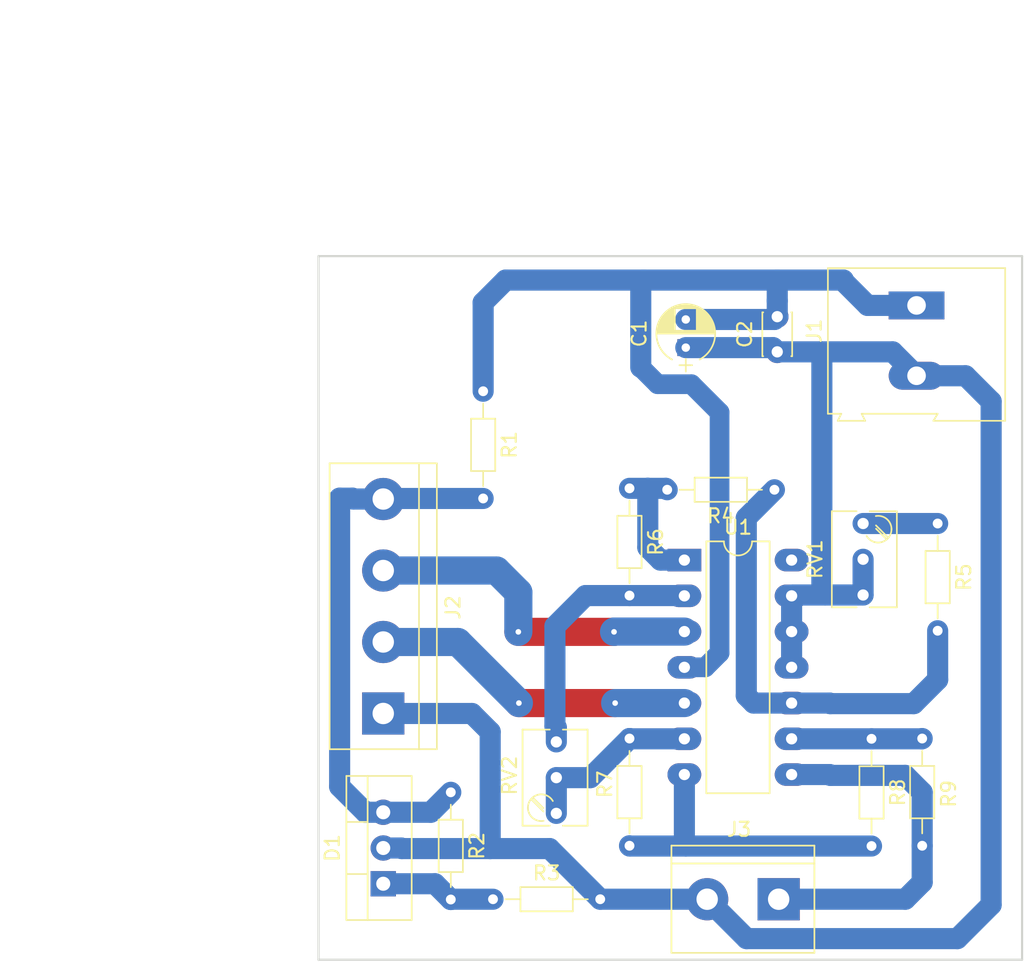
<source format=kicad_pcb>
(kicad_pcb (version 20171130) (host pcbnew 5.0.0-fee4fd1~66~ubuntu16.04.1)

  (general
    (thickness 1.6)
    (drawings 6)
    (tracks 126)
    (zones 0)
    (modules 18)
    (nets 16)
  )

  (page A4)
  (layers
    (0 F.Cu signal)
    (31 B.Cu signal)
    (32 B.Adhes user)
    (33 F.Adhes user)
    (34 B.Paste user)
    (35 F.Paste user)
    (36 B.SilkS user)
    (37 F.SilkS user)
    (38 B.Mask user)
    (39 F.Mask user)
    (40 Dwgs.User user)
    (41 Cmts.User user)
    (42 Eco1.User user)
    (43 Eco2.User user)
    (44 Edge.Cuts user)
    (45 Margin user)
    (46 B.CrtYd user)
    (47 F.CrtYd user)
    (48 B.Fab user)
    (49 F.Fab user)
  )

  (setup
    (last_trace_width 0.25)
    (user_trace_width 0.8)
    (user_trace_width 1)
    (user_trace_width 1.2)
    (user_trace_width 1.4)
    (user_trace_width 1.5)
    (user_trace_width 2)
    (user_trace_width 2.2)
    (user_trace_width 2.3)
    (trace_clearance 0.2)
    (zone_clearance 0.508)
    (zone_45_only no)
    (trace_min 0.2)
    (segment_width 0.2)
    (edge_width 0.15)
    (via_size 0.8)
    (via_drill 0.4)
    (via_min_size 0.4)
    (via_min_drill 0.3)
    (uvia_size 0.3)
    (uvia_drill 0.1)
    (uvias_allowed no)
    (uvia_min_size 0.2)
    (uvia_min_drill 0.1)
    (pcb_text_width 0.3)
    (pcb_text_size 1.5 1.5)
    (mod_edge_width 0.15)
    (mod_text_size 1 1)
    (mod_text_width 0.15)
    (pad_size 1.524 1.524)
    (pad_drill 0.762)
    (pad_to_mask_clearance 0.2)
    (aux_axis_origin 0 0)
    (visible_elements 7FFDFFFF)
    (pcbplotparams
      (layerselection 0x010fc_ffffffff)
      (usegerberextensions false)
      (usegerberattributes false)
      (usegerberadvancedattributes false)
      (creategerberjobfile false)
      (excludeedgelayer true)
      (linewidth 0.100000)
      (plotframeref false)
      (viasonmask false)
      (mode 1)
      (useauxorigin false)
      (hpglpennumber 1)
      (hpglpenspeed 20)
      (hpglpendiameter 15.000000)
      (psnegative false)
      (psa4output false)
      (plotreference true)
      (plotvalue true)
      (plotinvisibletext false)
      (padsonsilk false)
      (subtractmaskfromsilk false)
      (outputformat 1)
      (mirror false)
      (drillshape 1)
      (scaleselection 1)
      (outputdirectory ""))
  )

  (net 0 "")
  (net 1 VDD)
  (net 2 GNDREF)
  (net 3 /5V)
  (net 4 "Net-(J2-Pad3)")
  (net 5 "Net-(J2-Pad2)")
  (net 6 "Net-(J3-Pad1)")
  (net 7 "Net-(D1-Pad1)")
  (net 8 "Net-(R4-Pad1)")
  (net 9 "Net-(R4-Pad2)")
  (net 10 "Net-(R5-Pad1)")
  (net 11 "Net-(R6-Pad2)")
  (net 12 "Net-(R7-Pad2)")
  (net 13 "Net-(R7-Pad1)")
  (net 14 "Net-(R8-Pad1)")
  (net 15 "Net-(U1-Pad14)")

  (net_class Default "Esta es la clase de red por defecto."
    (clearance 0.2)
    (trace_width 0.25)
    (via_dia 0.8)
    (via_drill 0.4)
    (uvia_dia 0.3)
    (uvia_drill 0.1)
    (add_net /5V)
    (add_net GNDREF)
    (add_net "Net-(D1-Pad1)")
    (add_net "Net-(J2-Pad2)")
    (add_net "Net-(J2-Pad3)")
    (add_net "Net-(J3-Pad1)")
    (add_net "Net-(R4-Pad1)")
    (add_net "Net-(R4-Pad2)")
    (add_net "Net-(R5-Pad1)")
    (add_net "Net-(R6-Pad2)")
    (add_net "Net-(R7-Pad1)")
    (add_net "Net-(R7-Pad2)")
    (add_net "Net-(R8-Pad1)")
    (add_net "Net-(U1-Pad14)")
    (add_net VDD)
  )

  (module Capacitors_THT:CP_Radial_D4.0mm_P2.00mm (layer F.Cu) (tedit 597BC7C2) (tstamp 5B7C3E5F)
    (at 216.1 81.5 90)
    (descr "CP, Radial series, Radial, pin pitch=2.00mm, , diameter=4mm, Electrolytic Capacitor")
    (tags "CP Radial series Radial pin pitch 2.00mm  diameter 4mm Electrolytic Capacitor")
    (path /5B7C038C)
    (fp_text reference C1 (at 1 -3.31 90) (layer F.SilkS)
      (effects (font (size 1 1) (thickness 0.15)))
    )
    (fp_text value 100uF (at 1 3.31 90) (layer F.Fab)
      (effects (font (size 1 1) (thickness 0.15)))
    )
    (fp_text user %R (at 1 0 90) (layer F.Fab)
      (effects (font (size 1 1) (thickness 0.15)))
    )
    (fp_line (start 3.35 -2.35) (end -1.35 -2.35) (layer F.CrtYd) (width 0.05))
    (fp_line (start 3.35 2.35) (end 3.35 -2.35) (layer F.CrtYd) (width 0.05))
    (fp_line (start -1.35 2.35) (end 3.35 2.35) (layer F.CrtYd) (width 0.05))
    (fp_line (start -1.35 -2.35) (end -1.35 2.35) (layer F.CrtYd) (width 0.05))
    (fp_line (start -1.25 -0.45) (end -1.25 0.45) (layer F.SilkS) (width 0.12))
    (fp_line (start -1.7 0) (end -0.8 0) (layer F.SilkS) (width 0.12))
    (fp_line (start 3.081 -0.165) (end 3.081 0.165) (layer F.SilkS) (width 0.12))
    (fp_line (start 3.041 -0.415) (end 3.041 0.415) (layer F.SilkS) (width 0.12))
    (fp_line (start 3.001 -0.567) (end 3.001 0.567) (layer F.SilkS) (width 0.12))
    (fp_line (start 2.961 -0.686) (end 2.961 0.686) (layer F.SilkS) (width 0.12))
    (fp_line (start 2.921 -0.786) (end 2.921 0.786) (layer F.SilkS) (width 0.12))
    (fp_line (start 2.881 -0.874) (end 2.881 0.874) (layer F.SilkS) (width 0.12))
    (fp_line (start 2.841 -0.952) (end 2.841 0.952) (layer F.SilkS) (width 0.12))
    (fp_line (start 2.801 -1.023) (end 2.801 1.023) (layer F.SilkS) (width 0.12))
    (fp_line (start 2.761 0.78) (end 2.761 1.088) (layer F.SilkS) (width 0.12))
    (fp_line (start 2.761 -1.088) (end 2.761 -0.78) (layer F.SilkS) (width 0.12))
    (fp_line (start 2.721 0.78) (end 2.721 1.148) (layer F.SilkS) (width 0.12))
    (fp_line (start 2.721 -1.148) (end 2.721 -0.78) (layer F.SilkS) (width 0.12))
    (fp_line (start 2.681 0.78) (end 2.681 1.204) (layer F.SilkS) (width 0.12))
    (fp_line (start 2.681 -1.204) (end 2.681 -0.78) (layer F.SilkS) (width 0.12))
    (fp_line (start 2.641 0.78) (end 2.641 1.256) (layer F.SilkS) (width 0.12))
    (fp_line (start 2.641 -1.256) (end 2.641 -0.78) (layer F.SilkS) (width 0.12))
    (fp_line (start 2.601 0.78) (end 2.601 1.305) (layer F.SilkS) (width 0.12))
    (fp_line (start 2.601 -1.305) (end 2.601 -0.78) (layer F.SilkS) (width 0.12))
    (fp_line (start 2.561 0.78) (end 2.561 1.351) (layer F.SilkS) (width 0.12))
    (fp_line (start 2.561 -1.351) (end 2.561 -0.78) (layer F.SilkS) (width 0.12))
    (fp_line (start 2.521 0.78) (end 2.521 1.395) (layer F.SilkS) (width 0.12))
    (fp_line (start 2.521 -1.395) (end 2.521 -0.78) (layer F.SilkS) (width 0.12))
    (fp_line (start 2.481 0.78) (end 2.481 1.436) (layer F.SilkS) (width 0.12))
    (fp_line (start 2.481 -1.436) (end 2.481 -0.78) (layer F.SilkS) (width 0.12))
    (fp_line (start 2.441 0.78) (end 2.441 1.475) (layer F.SilkS) (width 0.12))
    (fp_line (start 2.441 -1.475) (end 2.441 -0.78) (layer F.SilkS) (width 0.12))
    (fp_line (start 2.401 0.78) (end 2.401 1.512) (layer F.SilkS) (width 0.12))
    (fp_line (start 2.401 -1.512) (end 2.401 -0.78) (layer F.SilkS) (width 0.12))
    (fp_line (start 2.361 0.78) (end 2.361 1.547) (layer F.SilkS) (width 0.12))
    (fp_line (start 2.361 -1.547) (end 2.361 -0.78) (layer F.SilkS) (width 0.12))
    (fp_line (start 2.321 0.78) (end 2.321 1.581) (layer F.SilkS) (width 0.12))
    (fp_line (start 2.321 -1.581) (end 2.321 -0.78) (layer F.SilkS) (width 0.12))
    (fp_line (start 2.281 0.78) (end 2.281 1.613) (layer F.SilkS) (width 0.12))
    (fp_line (start 2.281 -1.613) (end 2.281 -0.78) (layer F.SilkS) (width 0.12))
    (fp_line (start 2.241 0.78) (end 2.241 1.643) (layer F.SilkS) (width 0.12))
    (fp_line (start 2.241 -1.643) (end 2.241 -0.78) (layer F.SilkS) (width 0.12))
    (fp_line (start 2.201 0.78) (end 2.201 1.672) (layer F.SilkS) (width 0.12))
    (fp_line (start 2.201 -1.672) (end 2.201 -0.78) (layer F.SilkS) (width 0.12))
    (fp_line (start 2.161 0.78) (end 2.161 1.699) (layer F.SilkS) (width 0.12))
    (fp_line (start 2.161 -1.699) (end 2.161 -0.78) (layer F.SilkS) (width 0.12))
    (fp_line (start 2.121 0.78) (end 2.121 1.725) (layer F.SilkS) (width 0.12))
    (fp_line (start 2.121 -1.725) (end 2.121 -0.78) (layer F.SilkS) (width 0.12))
    (fp_line (start 2.081 0.78) (end 2.081 1.75) (layer F.SilkS) (width 0.12))
    (fp_line (start 2.081 -1.75) (end 2.081 -0.78) (layer F.SilkS) (width 0.12))
    (fp_line (start 2.041 0.78) (end 2.041 1.773) (layer F.SilkS) (width 0.12))
    (fp_line (start 2.041 -1.773) (end 2.041 -0.78) (layer F.SilkS) (width 0.12))
    (fp_line (start 2.001 0.78) (end 2.001 1.796) (layer F.SilkS) (width 0.12))
    (fp_line (start 2.001 -1.796) (end 2.001 -0.78) (layer F.SilkS) (width 0.12))
    (fp_line (start 1.961 0.78) (end 1.961 1.817) (layer F.SilkS) (width 0.12))
    (fp_line (start 1.961 -1.817) (end 1.961 -0.78) (layer F.SilkS) (width 0.12))
    (fp_line (start 1.921 0.78) (end 1.921 1.837) (layer F.SilkS) (width 0.12))
    (fp_line (start 1.921 -1.837) (end 1.921 -0.78) (layer F.SilkS) (width 0.12))
    (fp_line (start 1.881 0.78) (end 1.881 1.856) (layer F.SilkS) (width 0.12))
    (fp_line (start 1.881 -1.856) (end 1.881 -0.78) (layer F.SilkS) (width 0.12))
    (fp_line (start 1.841 0.78) (end 1.841 1.874) (layer F.SilkS) (width 0.12))
    (fp_line (start 1.841 -1.874) (end 1.841 -0.78) (layer F.SilkS) (width 0.12))
    (fp_line (start 1.801 0.78) (end 1.801 1.891) (layer F.SilkS) (width 0.12))
    (fp_line (start 1.801 -1.891) (end 1.801 -0.78) (layer F.SilkS) (width 0.12))
    (fp_line (start 1.761 0.78) (end 1.761 1.907) (layer F.SilkS) (width 0.12))
    (fp_line (start 1.761 -1.907) (end 1.761 -0.78) (layer F.SilkS) (width 0.12))
    (fp_line (start 1.721 0.78) (end 1.721 1.923) (layer F.SilkS) (width 0.12))
    (fp_line (start 1.721 -1.923) (end 1.721 -0.78) (layer F.SilkS) (width 0.12))
    (fp_line (start 1.68 0.78) (end 1.68 1.937) (layer F.SilkS) (width 0.12))
    (fp_line (start 1.68 -1.937) (end 1.68 -0.78) (layer F.SilkS) (width 0.12))
    (fp_line (start 1.64 0.78) (end 1.64 1.95) (layer F.SilkS) (width 0.12))
    (fp_line (start 1.64 -1.95) (end 1.64 -0.78) (layer F.SilkS) (width 0.12))
    (fp_line (start 1.6 0.78) (end 1.6 1.963) (layer F.SilkS) (width 0.12))
    (fp_line (start 1.6 -1.963) (end 1.6 -0.78) (layer F.SilkS) (width 0.12))
    (fp_line (start 1.56 0.78) (end 1.56 1.974) (layer F.SilkS) (width 0.12))
    (fp_line (start 1.56 -1.974) (end 1.56 -0.78) (layer F.SilkS) (width 0.12))
    (fp_line (start 1.52 0.78) (end 1.52 1.985) (layer F.SilkS) (width 0.12))
    (fp_line (start 1.52 -1.985) (end 1.52 -0.78) (layer F.SilkS) (width 0.12))
    (fp_line (start 1.48 0.78) (end 1.48 1.995) (layer F.SilkS) (width 0.12))
    (fp_line (start 1.48 -1.995) (end 1.48 -0.78) (layer F.SilkS) (width 0.12))
    (fp_line (start 1.44 0.78) (end 1.44 2.004) (layer F.SilkS) (width 0.12))
    (fp_line (start 1.44 -2.004) (end 1.44 -0.78) (layer F.SilkS) (width 0.12))
    (fp_line (start 1.4 0.78) (end 1.4 2.012) (layer F.SilkS) (width 0.12))
    (fp_line (start 1.4 -2.012) (end 1.4 -0.78) (layer F.SilkS) (width 0.12))
    (fp_line (start 1.36 0.78) (end 1.36 2.019) (layer F.SilkS) (width 0.12))
    (fp_line (start 1.36 -2.019) (end 1.36 -0.78) (layer F.SilkS) (width 0.12))
    (fp_line (start 1.32 0.78) (end 1.32 2.026) (layer F.SilkS) (width 0.12))
    (fp_line (start 1.32 -2.026) (end 1.32 -0.78) (layer F.SilkS) (width 0.12))
    (fp_line (start 1.28 0.78) (end 1.28 2.032) (layer F.SilkS) (width 0.12))
    (fp_line (start 1.28 -2.032) (end 1.28 -0.78) (layer F.SilkS) (width 0.12))
    (fp_line (start 1.24 0.78) (end 1.24 2.037) (layer F.SilkS) (width 0.12))
    (fp_line (start 1.24 -2.037) (end 1.24 -0.78) (layer F.SilkS) (width 0.12))
    (fp_line (start 1.2 -2.041) (end 1.2 2.041) (layer F.SilkS) (width 0.12))
    (fp_line (start 1.16 -2.044) (end 1.16 2.044) (layer F.SilkS) (width 0.12))
    (fp_line (start 1.12 -2.047) (end 1.12 2.047) (layer F.SilkS) (width 0.12))
    (fp_line (start 1.08 -2.049) (end 1.08 2.049) (layer F.SilkS) (width 0.12))
    (fp_line (start 1.04 -2.05) (end 1.04 2.05) (layer F.SilkS) (width 0.12))
    (fp_line (start 1 -2.05) (end 1 2.05) (layer F.SilkS) (width 0.12))
    (fp_line (start -1.25 -0.45) (end -1.25 0.45) (layer F.Fab) (width 0.1))
    (fp_line (start -1.7 0) (end -0.8 0) (layer F.Fab) (width 0.1))
    (fp_circle (center 1 0) (end 3 0) (layer F.Fab) (width 0.1))
    (fp_arc (start 1 0) (end 2.845996 -0.98) (angle 55.9) (layer F.SilkS) (width 0.12))
    (fp_arc (start 1 0) (end -0.845996 0.98) (angle -124.1) (layer F.SilkS) (width 0.12))
    (fp_arc (start 1 0) (end -0.845996 -0.98) (angle 124.1) (layer F.SilkS) (width 0.12))
    (pad 2 thru_hole circle (at 2 0 90) (size 1.2 1.2) (drill 0.6) (layers *.Cu *.Mask)
      (net 1 VDD))
    (pad 1 thru_hole rect (at 0 0 90) (size 1.2 1.2) (drill 0.6) (layers *.Cu *.Mask)
      (net 2 GNDREF))
    (model ${KISYS3DMOD}/Capacitors_THT.3dshapes/CP_Radial_D4.0mm_P2.00mm.wrl
      (at (xyz 0 0 0))
      (scale (xyz 1 1 1))
      (rotate (xyz 0 0 0))
    )
  )

  (module Capacitors_THT:C_Disc_D3.0mm_W2.0mm_P2.50mm (layer F.Cu) (tedit 597BC7C2) (tstamp 5B7C3E74)
    (at 222.6 81.8 90)
    (descr "C, Disc series, Radial, pin pitch=2.50mm, , diameter*width=3*2mm^2, Capacitor")
    (tags "C Disc series Radial pin pitch 2.50mm  diameter 3mm width 2mm Capacitor")
    (path /5B7C0306)
    (fp_text reference C2 (at 1.25 -2.31 90) (layer F.SilkS)
      (effects (font (size 1 1) (thickness 0.15)))
    )
    (fp_text value 0,1uF (at 1.25 2.31 90) (layer F.Fab)
      (effects (font (size 1 1) (thickness 0.15)))
    )
    (fp_text user %R (at 1.25 0 90) (layer F.Fab)
      (effects (font (size 1 1) (thickness 0.15)))
    )
    (fp_line (start 3.55 -1.35) (end -1.05 -1.35) (layer F.CrtYd) (width 0.05))
    (fp_line (start 3.55 1.35) (end 3.55 -1.35) (layer F.CrtYd) (width 0.05))
    (fp_line (start -1.05 1.35) (end 3.55 1.35) (layer F.CrtYd) (width 0.05))
    (fp_line (start -1.05 -1.35) (end -1.05 1.35) (layer F.CrtYd) (width 0.05))
    (fp_line (start 2.81 0.996) (end 2.81 1.06) (layer F.SilkS) (width 0.12))
    (fp_line (start 2.81 -1.06) (end 2.81 -0.996) (layer F.SilkS) (width 0.12))
    (fp_line (start -0.31 0.996) (end -0.31 1.06) (layer F.SilkS) (width 0.12))
    (fp_line (start -0.31 -1.06) (end -0.31 -0.996) (layer F.SilkS) (width 0.12))
    (fp_line (start -0.31 1.06) (end 2.81 1.06) (layer F.SilkS) (width 0.12))
    (fp_line (start -0.31 -1.06) (end 2.81 -1.06) (layer F.SilkS) (width 0.12))
    (fp_line (start 2.75 -1) (end -0.25 -1) (layer F.Fab) (width 0.1))
    (fp_line (start 2.75 1) (end 2.75 -1) (layer F.Fab) (width 0.1))
    (fp_line (start -0.25 1) (end 2.75 1) (layer F.Fab) (width 0.1))
    (fp_line (start -0.25 -1) (end -0.25 1) (layer F.Fab) (width 0.1))
    (pad 2 thru_hole circle (at 2.5 0 90) (size 1.6 1.6) (drill 0.8) (layers *.Cu *.Mask)
      (net 1 VDD))
    (pad 1 thru_hole circle (at 0 0 90) (size 1.6 1.6) (drill 0.8) (layers *.Cu *.Mask)
      (net 2 GNDREF))
    (model ${KISYS3DMOD}/Capacitors_THT.3dshapes/C_Disc_D3.0mm_W2.0mm_P2.50mm.wrl
      (at (xyz 0 0 0))
      (scale (xyz 1 1 1))
      (rotate (xyz 0 0 0))
    )
  )

  (module Connectors_Terminal_Blocks:TerminalBlock_Altech_AK300-2_P5.00mm (layer F.Cu) (tedit 59FF0306) (tstamp 5B7C4995)
    (at 232.5 78.5 270)
    (descr "Altech AK300 terminal block, pitch 5.0mm, 45 degree angled, see http://www.mouser.com/ds/2/16/PCBMETRC-24178.pdf")
    (tags "Altech AK300 terminal block pitch 5.0mm")
    (path /5B7C0472)
    (fp_text reference J1 (at 1.81 7.27 270) (layer F.SilkS)
      (effects (font (size 1 1) (thickness 0.15)))
    )
    (fp_text value "12V GND" (at 2.78 7.75 270) (layer F.Fab)
      (effects (font (size 1 1) (thickness 0.15)))
    )
    (fp_arc (start -1.13 -4.65) (end -1.42 -4.13) (angle 104.2) (layer F.Fab) (width 0.1))
    (fp_arc (start -0.01 -3.71) (end -1.62 -5) (angle 100) (layer F.Fab) (width 0.1))
    (fp_arc (start 0.06 -6.07) (end 1.53 -4.12) (angle 75.5) (layer F.Fab) (width 0.1))
    (fp_arc (start 1.03 -4.59) (end 1.53 -5.05) (angle 90.5) (layer F.Fab) (width 0.1))
    (fp_arc (start 3.87 -4.65) (end 3.58 -4.13) (angle 104.2) (layer F.Fab) (width 0.1))
    (fp_arc (start 4.99 -3.71) (end 3.39 -5) (angle 100) (layer F.Fab) (width 0.1))
    (fp_arc (start 5.07 -6.07) (end 6.53 -4.12) (angle 75.5) (layer F.Fab) (width 0.1))
    (fp_arc (start 6.03 -4.59) (end 6.54 -5.05) (angle 90.5) (layer F.Fab) (width 0.1))
    (fp_line (start 8.36 6.47) (end -2.83 6.47) (layer F.CrtYd) (width 0.05))
    (fp_line (start 8.36 6.47) (end 8.36 -6.47) (layer F.CrtYd) (width 0.05))
    (fp_line (start -2.83 -6.47) (end -2.83 6.47) (layer F.CrtYd) (width 0.05))
    (fp_line (start -2.83 -6.47) (end 8.36 -6.47) (layer F.CrtYd) (width 0.05))
    (fp_line (start 3.36 -0.25) (end 6.67 -0.25) (layer F.Fab) (width 0.1))
    (fp_line (start 2.98 -0.25) (end 3.36 -0.25) (layer F.Fab) (width 0.1))
    (fp_line (start 7.05 -0.25) (end 6.67 -0.25) (layer F.Fab) (width 0.1))
    (fp_line (start 6.67 -0.64) (end 3.36 -0.64) (layer F.Fab) (width 0.1))
    (fp_line (start 7.61 -0.64) (end 6.67 -0.64) (layer F.Fab) (width 0.1))
    (fp_line (start 1.66 -0.64) (end 3.36 -0.64) (layer F.Fab) (width 0.1))
    (fp_line (start -1.64 -0.64) (end 1.66 -0.64) (layer F.Fab) (width 0.1))
    (fp_line (start -2.58 -0.64) (end -1.64 -0.64) (layer F.Fab) (width 0.1))
    (fp_line (start 1.66 -0.25) (end -1.64 -0.25) (layer F.Fab) (width 0.1))
    (fp_line (start 2.04 -0.25) (end 1.66 -0.25) (layer F.Fab) (width 0.1))
    (fp_line (start -2.02 -0.25) (end -1.64 -0.25) (layer F.Fab) (width 0.1))
    (fp_line (start -1.49 -4.32) (end 1.56 -4.95) (layer F.Fab) (width 0.1))
    (fp_line (start -1.62 -4.45) (end 1.44 -5.08) (layer F.Fab) (width 0.1))
    (fp_line (start 3.52 -4.32) (end 6.56 -4.95) (layer F.Fab) (width 0.1))
    (fp_line (start 3.39 -4.45) (end 6.44 -5.08) (layer F.Fab) (width 0.1))
    (fp_line (start 2.04 -5.97) (end -2.02 -5.97) (layer F.Fab) (width 0.1))
    (fp_line (start -2.02 -3.43) (end -2.02 -5.97) (layer F.Fab) (width 0.1))
    (fp_line (start 2.04 -3.43) (end -2.02 -3.43) (layer F.Fab) (width 0.1))
    (fp_line (start 2.04 -3.43) (end 2.04 -5.97) (layer F.Fab) (width 0.1))
    (fp_line (start 7.05 -3.43) (end 2.98 -3.43) (layer F.Fab) (width 0.1))
    (fp_line (start 7.05 -5.97) (end 7.05 -3.43) (layer F.Fab) (width 0.1))
    (fp_line (start 2.98 -5.97) (end 7.05 -5.97) (layer F.Fab) (width 0.1))
    (fp_line (start 2.98 -3.43) (end 2.98 -5.97) (layer F.Fab) (width 0.1))
    (fp_line (start 7.61 -3.17) (end 7.61 -1.65) (layer F.Fab) (width 0.1))
    (fp_line (start -2.58 -3.17) (end -2.58 -6.22) (layer F.Fab) (width 0.1))
    (fp_line (start -2.58 -3.17) (end 7.61 -3.17) (layer F.Fab) (width 0.1))
    (fp_line (start 7.61 -0.64) (end 7.61 4.06) (layer F.Fab) (width 0.1))
    (fp_line (start 7.61 -1.65) (end 7.61 -0.64) (layer F.Fab) (width 0.1))
    (fp_line (start -2.58 -0.64) (end -2.58 -3.17) (layer F.Fab) (width 0.1))
    (fp_line (start -2.58 6.22) (end -2.58 -0.64) (layer F.Fab) (width 0.1))
    (fp_line (start 6.67 0.51) (end 6.28 0.51) (layer F.Fab) (width 0.1))
    (fp_line (start 3.36 0.51) (end 3.74 0.51) (layer F.Fab) (width 0.1))
    (fp_line (start 1.66 0.51) (end 1.28 0.51) (layer F.Fab) (width 0.1))
    (fp_line (start -1.64 0.51) (end -1.26 0.51) (layer F.Fab) (width 0.1))
    (fp_line (start -1.64 3.68) (end -1.64 0.51) (layer F.Fab) (width 0.1))
    (fp_line (start 1.66 3.68) (end -1.64 3.68) (layer F.Fab) (width 0.1))
    (fp_line (start 1.66 3.68) (end 1.66 0.51) (layer F.Fab) (width 0.1))
    (fp_line (start 3.36 3.68) (end 3.36 0.51) (layer F.Fab) (width 0.1))
    (fp_line (start 6.67 3.68) (end 3.36 3.68) (layer F.Fab) (width 0.1))
    (fp_line (start 6.67 3.68) (end 6.67 0.51) (layer F.Fab) (width 0.1))
    (fp_line (start -2.02 4.32) (end -2.02 6.22) (layer F.Fab) (width 0.1))
    (fp_line (start 2.04 4.32) (end 2.04 -0.25) (layer F.Fab) (width 0.1))
    (fp_line (start 2.04 4.32) (end -2.02 4.32) (layer F.Fab) (width 0.1))
    (fp_line (start 7.05 4.32) (end 7.05 6.22) (layer F.Fab) (width 0.1))
    (fp_line (start 2.98 4.32) (end 2.98 -0.25) (layer F.Fab) (width 0.1))
    (fp_line (start 2.98 4.32) (end 7.05 4.32) (layer F.Fab) (width 0.1))
    (fp_line (start -2.02 6.22) (end 2.04 6.22) (layer F.Fab) (width 0.1))
    (fp_line (start -2.58 6.22) (end -2.02 6.22) (layer F.Fab) (width 0.1))
    (fp_line (start -2.02 -0.25) (end -2.02 4.32) (layer F.Fab) (width 0.1))
    (fp_line (start 2.04 6.22) (end 2.98 6.22) (layer F.Fab) (width 0.1))
    (fp_line (start 2.04 6.22) (end 2.04 4.32) (layer F.Fab) (width 0.1))
    (fp_line (start 7.05 6.22) (end 7.61 6.22) (layer F.Fab) (width 0.1))
    (fp_line (start 2.98 6.22) (end 7.05 6.22) (layer F.Fab) (width 0.1))
    (fp_line (start 7.05 -0.25) (end 7.05 4.32) (layer F.Fab) (width 0.1))
    (fp_line (start 2.98 6.22) (end 2.98 4.32) (layer F.Fab) (width 0.1))
    (fp_line (start 8.11 3.81) (end 8.11 5.46) (layer F.Fab) (width 0.1))
    (fp_line (start 7.61 4.06) (end 7.61 5.21) (layer F.Fab) (width 0.1))
    (fp_line (start 8.11 3.81) (end 7.61 4.06) (layer F.Fab) (width 0.1))
    (fp_line (start 7.61 5.21) (end 7.61 6.22) (layer F.Fab) (width 0.1))
    (fp_line (start 8.11 5.46) (end 7.61 5.21) (layer F.Fab) (width 0.1))
    (fp_line (start 8.11 -1.4) (end 7.61 -1.65) (layer F.Fab) (width 0.1))
    (fp_line (start 8.11 -6.22) (end 8.11 -1.4) (layer F.Fab) (width 0.1))
    (fp_line (start 7.61 -6.22) (end 8.11 -6.22) (layer F.Fab) (width 0.1))
    (fp_line (start 7.61 -6.22) (end -2.58 -6.22) (layer F.Fab) (width 0.1))
    (fp_line (start 7.61 -6.22) (end 7.61 -3.17) (layer F.Fab) (width 0.1))
    (fp_line (start 3.74 2.54) (end 3.74 -0.25) (layer F.Fab) (width 0.1))
    (fp_line (start 3.74 -0.25) (end 6.28 -0.25) (layer F.Fab) (width 0.1))
    (fp_line (start 6.28 2.54) (end 6.28 -0.25) (layer F.Fab) (width 0.1))
    (fp_line (start 3.74 2.54) (end 6.28 2.54) (layer F.Fab) (width 0.1))
    (fp_line (start -1.26 2.54) (end -1.26 -0.25) (layer F.Fab) (width 0.1))
    (fp_line (start -1.26 -0.25) (end 1.28 -0.25) (layer F.Fab) (width 0.1))
    (fp_line (start 1.28 2.54) (end 1.28 -0.25) (layer F.Fab) (width 0.1))
    (fp_line (start -1.26 2.54) (end 1.28 2.54) (layer F.Fab) (width 0.1))
    (fp_line (start 8.2 -6.3) (end -2.65 -6.3) (layer F.SilkS) (width 0.12))
    (fp_line (start 8.2 -1.2) (end 8.2 -6.3) (layer F.SilkS) (width 0.12))
    (fp_line (start 7.7 -1.5) (end 8.2 -1.2) (layer F.SilkS) (width 0.12))
    (fp_line (start 7.7 3.9) (end 7.7 -1.5) (layer F.SilkS) (width 0.12))
    (fp_line (start 8.2 3.65) (end 7.7 3.9) (layer F.SilkS) (width 0.12))
    (fp_line (start 8.2 3.7) (end 8.2 3.65) (layer F.SilkS) (width 0.12))
    (fp_line (start 8.2 5.6) (end 8.2 3.7) (layer F.SilkS) (width 0.12))
    (fp_line (start 7.7 5.35) (end 8.2 5.6) (layer F.SilkS) (width 0.12))
    (fp_line (start 7.7 6.3) (end 7.7 5.35) (layer F.SilkS) (width 0.12))
    (fp_line (start -2.65 6.3) (end 7.7 6.3) (layer F.SilkS) (width 0.12))
    (fp_line (start -2.65 -6.3) (end -2.65 6.3) (layer F.SilkS) (width 0.12))
    (fp_text user %R (at 2.5 -2 270) (layer F.Fab)
      (effects (font (size 1 1) (thickness 0.15)))
    )
    (pad 2 thru_hole oval (at 5 0 270) (size 1.98 3.96) (drill 1.32) (layers *.Cu *.Mask)
      (net 2 GNDREF))
    (pad 1 thru_hole rect (at 0 0 270) (size 1.98 3.96) (drill 1.32) (layers *.Cu *.Mask)
      (net 1 VDD))
    (model ${KISYS3DMOD}/Terminal_Blocks.3dshapes/TerminalBlock_Altech_AK300-2_P5.00mm.wrl
      (at (xyz 0 0 0))
      (scale (xyz 1 1 1))
      (rotate (xyz 0 0 0))
    )
  )

  (module Connectors_Terminal_Blocks:TerminalBlock_bornier-4_P5.08mm (layer F.Cu) (tedit 59FF03D1) (tstamp 5B7C3EF3)
    (at 194.6 107.5 90)
    (descr "simple 4-pin terminal block, pitch 5.08mm, revamped version of bornier4")
    (tags "terminal block bornier4")
    (path /5B7C051F)
    (fp_text reference J2 (at 7.53 4.96 90) (layer F.SilkS)
      (effects (font (size 1 1) (thickness 0.15)))
    )
    (fp_text value CargaBalanceada (at 7.6 4.75 90) (layer F.Fab)
      (effects (font (size 1 1) (thickness 0.15)))
    )
    (fp_line (start 17.97 4) (end -2.73 4) (layer F.CrtYd) (width 0.05))
    (fp_line (start 17.97 4) (end 17.97 -4) (layer F.CrtYd) (width 0.05))
    (fp_line (start -2.73 -4) (end -2.73 4) (layer F.CrtYd) (width 0.05))
    (fp_line (start -2.73 -4) (end 17.97 -4) (layer F.CrtYd) (width 0.05))
    (fp_line (start -2.54 3.81) (end 17.78 3.81) (layer F.SilkS) (width 0.12))
    (fp_line (start -2.54 -3.81) (end 17.78 -3.81) (layer F.SilkS) (width 0.12))
    (fp_line (start 17.78 2.54) (end -2.54 2.54) (layer F.SilkS) (width 0.12))
    (fp_line (start 17.78 3.81) (end 17.78 -3.81) (layer F.SilkS) (width 0.12))
    (fp_line (start -2.54 -3.81) (end -2.54 3.81) (layer F.SilkS) (width 0.12))
    (fp_line (start 17.72 3.75) (end -2.43 3.75) (layer F.Fab) (width 0.1))
    (fp_line (start 17.72 -3.75) (end 17.72 3.75) (layer F.Fab) (width 0.1))
    (fp_line (start -2.48 -3.75) (end 17.72 -3.75) (layer F.Fab) (width 0.1))
    (fp_line (start -2.48 3.75) (end -2.48 -3.75) (layer F.Fab) (width 0.1))
    (fp_line (start -2.43 3.75) (end -2.48 3.75) (layer F.Fab) (width 0.1))
    (fp_line (start -2.48 2.55) (end 17.72 2.55) (layer F.Fab) (width 0.1))
    (fp_text user %R (at 7.62 0 90) (layer F.Fab)
      (effects (font (size 1 1) (thickness 0.15)))
    )
    (pad 4 thru_hole circle (at 15.24 0 90) (size 3 3) (drill 1.52) (layers *.Cu *.Mask)
      (net 3 /5V))
    (pad 1 thru_hole rect (at 0 0 90) (size 3 3) (drill 1.52) (layers *.Cu *.Mask)
      (net 2 GNDREF))
    (pad 3 thru_hole circle (at 10.16 0 90) (size 3 3) (drill 1.52) (layers *.Cu *.Mask)
      (net 4 "Net-(J2-Pad3)"))
    (pad 2 thru_hole circle (at 5.08 0 90) (size 3 3) (drill 1.52) (layers *.Cu *.Mask)
      (net 5 "Net-(J2-Pad2)"))
    (model ${KISYS3DMOD}/Terminal_Blocks.3dshapes/TerminalBlock_bornier-4_P5.08mm.wrl
      (offset (xyz 7.619999885559082 0 0))
      (scale (xyz 1 1 1))
      (rotate (xyz 0 0 0))
    )
  )

  (module Connectors_Terminal_Blocks:TerminalBlock_bornier-2_P5.08mm (layer F.Cu) (tedit 59FF03AB) (tstamp 5B7C3F08)
    (at 222.7 120.7 180)
    (descr "simple 2-pin terminal block, pitch 5.08mm, revamped version of bornier2")
    (tags "terminal block bornier2")
    (path /5B7C569A)
    (fp_text reference J3 (at 2.81 4.96 180) (layer F.SilkS)
      (effects (font (size 1 1) (thickness 0.15)))
    )
    (fp_text value Salida (at 2.54 5.08 180) (layer F.Fab)
      (effects (font (size 1 1) (thickness 0.15)))
    )
    (fp_line (start 7.79 4) (end -2.71 4) (layer F.CrtYd) (width 0.05))
    (fp_line (start 7.79 4) (end 7.79 -4) (layer F.CrtYd) (width 0.05))
    (fp_line (start -2.71 -4) (end -2.71 4) (layer F.CrtYd) (width 0.05))
    (fp_line (start -2.71 -4) (end 7.79 -4) (layer F.CrtYd) (width 0.05))
    (fp_line (start -2.54 3.81) (end 7.62 3.81) (layer F.SilkS) (width 0.12))
    (fp_line (start -2.54 -3.81) (end -2.54 3.81) (layer F.SilkS) (width 0.12))
    (fp_line (start 7.62 -3.81) (end -2.54 -3.81) (layer F.SilkS) (width 0.12))
    (fp_line (start 7.62 3.81) (end 7.62 -3.81) (layer F.SilkS) (width 0.12))
    (fp_line (start 7.62 2.54) (end -2.54 2.54) (layer F.SilkS) (width 0.12))
    (fp_line (start 7.54 -3.75) (end -2.46 -3.75) (layer F.Fab) (width 0.1))
    (fp_line (start 7.54 3.75) (end 7.54 -3.75) (layer F.Fab) (width 0.1))
    (fp_line (start -2.46 3.75) (end 7.54 3.75) (layer F.Fab) (width 0.1))
    (fp_line (start -2.46 -3.75) (end -2.46 3.75) (layer F.Fab) (width 0.1))
    (fp_line (start -2.41 2.55) (end 7.49 2.55) (layer F.Fab) (width 0.1))
    (fp_text user %R (at 2.54 0 180) (layer F.Fab)
      (effects (font (size 1 1) (thickness 0.15)))
    )
    (pad 2 thru_hole circle (at 5.08 0 180) (size 3 3) (drill 1.52) (layers *.Cu *.Mask)
      (net 2 GNDREF))
    (pad 1 thru_hole rect (at 0 0 180) (size 3 3) (drill 1.52) (layers *.Cu *.Mask)
      (net 6 "Net-(J3-Pad1)"))
    (model ${KISYS3DMOD}/Terminal_Blocks.3dshapes/TerminalBlock_bornier-2_P5.08mm.wrl
      (offset (xyz 2.539999961853027 0 0))
      (scale (xyz 1 1 1))
      (rotate (xyz 0 0 0))
    )
  )

  (module Resistors_THT:R_Axial_DIN0204_L3.6mm_D1.6mm_P7.62mm_Horizontal (layer F.Cu) (tedit 5874F706) (tstamp 5B7C3F1E)
    (at 201.7 84.6 270)
    (descr "Resistor, Axial_DIN0204 series, Axial, Horizontal, pin pitch=7.62mm, 0.16666666666666666W = 1/6W, length*diameter=3.6*1.6mm^2, http://cdn-reichelt.de/documents/datenblatt/B400/1_4W%23YAG.pdf")
    (tags "Resistor Axial_DIN0204 series Axial Horizontal pin pitch 7.62mm 0.16666666666666666W = 1/6W length 3.6mm diameter 1.6mm")
    (path /5B7C7C0A)
    (fp_text reference R1 (at 3.81 -1.86 270) (layer F.SilkS)
      (effects (font (size 1 1) (thickness 0.15)))
    )
    (fp_text value 4k7 (at 3.81 1.86 270) (layer F.Fab)
      (effects (font (size 1 1) (thickness 0.15)))
    )
    (fp_line (start 2.01 -0.8) (end 2.01 0.8) (layer F.Fab) (width 0.1))
    (fp_line (start 2.01 0.8) (end 5.61 0.8) (layer F.Fab) (width 0.1))
    (fp_line (start 5.61 0.8) (end 5.61 -0.8) (layer F.Fab) (width 0.1))
    (fp_line (start 5.61 -0.8) (end 2.01 -0.8) (layer F.Fab) (width 0.1))
    (fp_line (start 0 0) (end 2.01 0) (layer F.Fab) (width 0.1))
    (fp_line (start 7.62 0) (end 5.61 0) (layer F.Fab) (width 0.1))
    (fp_line (start 1.95 -0.86) (end 1.95 0.86) (layer F.SilkS) (width 0.12))
    (fp_line (start 1.95 0.86) (end 5.67 0.86) (layer F.SilkS) (width 0.12))
    (fp_line (start 5.67 0.86) (end 5.67 -0.86) (layer F.SilkS) (width 0.12))
    (fp_line (start 5.67 -0.86) (end 1.95 -0.86) (layer F.SilkS) (width 0.12))
    (fp_line (start 0.88 0) (end 1.95 0) (layer F.SilkS) (width 0.12))
    (fp_line (start 6.74 0) (end 5.67 0) (layer F.SilkS) (width 0.12))
    (fp_line (start -0.95 -1.15) (end -0.95 1.15) (layer F.CrtYd) (width 0.05))
    (fp_line (start -0.95 1.15) (end 8.6 1.15) (layer F.CrtYd) (width 0.05))
    (fp_line (start 8.6 1.15) (end 8.6 -1.15) (layer F.CrtYd) (width 0.05))
    (fp_line (start 8.6 -1.15) (end -0.95 -1.15) (layer F.CrtYd) (width 0.05))
    (pad 1 thru_hole circle (at 0 0 270) (size 1.4 1.4) (drill 0.7) (layers *.Cu *.Mask)
      (net 1 VDD))
    (pad 2 thru_hole oval (at 7.62 0 270) (size 1.4 1.4) (drill 0.7) (layers *.Cu *.Mask)
      (net 3 /5V))
    (model ${KISYS3DMOD}/Resistors_THT.3dshapes/R_Axial_DIN0204_L3.6mm_D1.6mm_P7.62mm_Horizontal.wrl
      (at (xyz 0 0 0))
      (scale (xyz 0.393701 0.393701 0.393701))
      (rotate (xyz 0 0 0))
    )
  )

  (module Resistors_THT:R_Axial_DIN0204_L3.6mm_D1.6mm_P7.62mm_Horizontal (layer F.Cu) (tedit 5874F706) (tstamp 5B7C3F34)
    (at 199.4 113.1 270)
    (descr "Resistor, Axial_DIN0204 series, Axial, Horizontal, pin pitch=7.62mm, 0.16666666666666666W = 1/6W, length*diameter=3.6*1.6mm^2, http://cdn-reichelt.de/documents/datenblatt/B400/1_4W%23YAG.pdf")
    (tags "Resistor Axial_DIN0204 series Axial Horizontal pin pitch 7.62mm 0.16666666666666666W = 1/6W length 3.6mm diameter 1.6mm")
    (path /5B7C7C7A)
    (fp_text reference R2 (at 3.81 -1.86 270) (layer F.SilkS)
      (effects (font (size 1 1) (thickness 0.15)))
    )
    (fp_text value 2k2 (at 3.81 1.86 270) (layer F.Fab)
      (effects (font (size 1 1) (thickness 0.15)))
    )
    (fp_line (start 8.6 -1.15) (end -0.95 -1.15) (layer F.CrtYd) (width 0.05))
    (fp_line (start 8.6 1.15) (end 8.6 -1.15) (layer F.CrtYd) (width 0.05))
    (fp_line (start -0.95 1.15) (end 8.6 1.15) (layer F.CrtYd) (width 0.05))
    (fp_line (start -0.95 -1.15) (end -0.95 1.15) (layer F.CrtYd) (width 0.05))
    (fp_line (start 6.74 0) (end 5.67 0) (layer F.SilkS) (width 0.12))
    (fp_line (start 0.88 0) (end 1.95 0) (layer F.SilkS) (width 0.12))
    (fp_line (start 5.67 -0.86) (end 1.95 -0.86) (layer F.SilkS) (width 0.12))
    (fp_line (start 5.67 0.86) (end 5.67 -0.86) (layer F.SilkS) (width 0.12))
    (fp_line (start 1.95 0.86) (end 5.67 0.86) (layer F.SilkS) (width 0.12))
    (fp_line (start 1.95 -0.86) (end 1.95 0.86) (layer F.SilkS) (width 0.12))
    (fp_line (start 7.62 0) (end 5.61 0) (layer F.Fab) (width 0.1))
    (fp_line (start 0 0) (end 2.01 0) (layer F.Fab) (width 0.1))
    (fp_line (start 5.61 -0.8) (end 2.01 -0.8) (layer F.Fab) (width 0.1))
    (fp_line (start 5.61 0.8) (end 5.61 -0.8) (layer F.Fab) (width 0.1))
    (fp_line (start 2.01 0.8) (end 5.61 0.8) (layer F.Fab) (width 0.1))
    (fp_line (start 2.01 -0.8) (end 2.01 0.8) (layer F.Fab) (width 0.1))
    (pad 2 thru_hole oval (at 7.62 0 270) (size 1.4 1.4) (drill 0.7) (layers *.Cu *.Mask)
      (net 7 "Net-(D1-Pad1)"))
    (pad 1 thru_hole circle (at 0 0 270) (size 1.4 1.4) (drill 0.7) (layers *.Cu *.Mask)
      (net 3 /5V))
    (model ${KISYS3DMOD}/Resistors_THT.3dshapes/R_Axial_DIN0204_L3.6mm_D1.6mm_P7.62mm_Horizontal.wrl
      (at (xyz 0 0 0))
      (scale (xyz 0.393701 0.393701 0.393701))
      (rotate (xyz 0 0 0))
    )
  )

  (module Resistors_THT:R_Axial_DIN0204_L3.6mm_D1.6mm_P7.62mm_Horizontal (layer F.Cu) (tedit 5874F706) (tstamp 5B7C3F4A)
    (at 202.4 120.7)
    (descr "Resistor, Axial_DIN0204 series, Axial, Horizontal, pin pitch=7.62mm, 0.16666666666666666W = 1/6W, length*diameter=3.6*1.6mm^2, http://cdn-reichelt.de/documents/datenblatt/B400/1_4W%23YAG.pdf")
    (tags "Resistor Axial_DIN0204 series Axial Horizontal pin pitch 7.62mm 0.16666666666666666W = 1/6W length 3.6mm diameter 1.6mm")
    (path /5B7C7CD0)
    (fp_text reference R3 (at 3.81 -1.86) (layer F.SilkS)
      (effects (font (size 1 1) (thickness 0.15)))
    )
    (fp_text value 2k2 (at 3.81 1.86) (layer F.Fab)
      (effects (font (size 1 1) (thickness 0.15)))
    )
    (fp_line (start 2.01 -0.8) (end 2.01 0.8) (layer F.Fab) (width 0.1))
    (fp_line (start 2.01 0.8) (end 5.61 0.8) (layer F.Fab) (width 0.1))
    (fp_line (start 5.61 0.8) (end 5.61 -0.8) (layer F.Fab) (width 0.1))
    (fp_line (start 5.61 -0.8) (end 2.01 -0.8) (layer F.Fab) (width 0.1))
    (fp_line (start 0 0) (end 2.01 0) (layer F.Fab) (width 0.1))
    (fp_line (start 7.62 0) (end 5.61 0) (layer F.Fab) (width 0.1))
    (fp_line (start 1.95 -0.86) (end 1.95 0.86) (layer F.SilkS) (width 0.12))
    (fp_line (start 1.95 0.86) (end 5.67 0.86) (layer F.SilkS) (width 0.12))
    (fp_line (start 5.67 0.86) (end 5.67 -0.86) (layer F.SilkS) (width 0.12))
    (fp_line (start 5.67 -0.86) (end 1.95 -0.86) (layer F.SilkS) (width 0.12))
    (fp_line (start 0.88 0) (end 1.95 0) (layer F.SilkS) (width 0.12))
    (fp_line (start 6.74 0) (end 5.67 0) (layer F.SilkS) (width 0.12))
    (fp_line (start -0.95 -1.15) (end -0.95 1.15) (layer F.CrtYd) (width 0.05))
    (fp_line (start -0.95 1.15) (end 8.6 1.15) (layer F.CrtYd) (width 0.05))
    (fp_line (start 8.6 1.15) (end 8.6 -1.15) (layer F.CrtYd) (width 0.05))
    (fp_line (start 8.6 -1.15) (end -0.95 -1.15) (layer F.CrtYd) (width 0.05))
    (pad 1 thru_hole circle (at 0 0) (size 1.4 1.4) (drill 0.7) (layers *.Cu *.Mask)
      (net 7 "Net-(D1-Pad1)"))
    (pad 2 thru_hole oval (at 7.62 0) (size 1.4 1.4) (drill 0.7) (layers *.Cu *.Mask)
      (net 2 GNDREF))
    (model ${KISYS3DMOD}/Resistors_THT.3dshapes/R_Axial_DIN0204_L3.6mm_D1.6mm_P7.62mm_Horizontal.wrl
      (at (xyz 0 0 0))
      (scale (xyz 0.393701 0.393701 0.393701))
      (rotate (xyz 0 0 0))
    )
  )

  (module Resistors_THT:R_Axial_DIN0204_L3.6mm_D1.6mm_P7.62mm_Horizontal (layer F.Cu) (tedit 5874F706) (tstamp 5B7C4586)
    (at 222.4 91.6 180)
    (descr "Resistor, Axial_DIN0204 series, Axial, Horizontal, pin pitch=7.62mm, 0.16666666666666666W = 1/6W, length*diameter=3.6*1.6mm^2, http://cdn-reichelt.de/documents/datenblatt/B400/1_4W%23YAG.pdf")
    (tags "Resistor Axial_DIN0204 series Axial Horizontal pin pitch 7.62mm 0.16666666666666666W = 1/6W length 3.6mm diameter 1.6mm")
    (path /5B7C3D37)
    (fp_text reference R4 (at 3.81 -1.86 180) (layer F.SilkS)
      (effects (font (size 1 1) (thickness 0.15)))
    )
    (fp_text value 10k (at 3.81 1.86 180) (layer F.Fab)
      (effects (font (size 1 1) (thickness 0.15)))
    )
    (fp_line (start 2.01 -0.8) (end 2.01 0.8) (layer F.Fab) (width 0.1))
    (fp_line (start 2.01 0.8) (end 5.61 0.8) (layer F.Fab) (width 0.1))
    (fp_line (start 5.61 0.8) (end 5.61 -0.8) (layer F.Fab) (width 0.1))
    (fp_line (start 5.61 -0.8) (end 2.01 -0.8) (layer F.Fab) (width 0.1))
    (fp_line (start 0 0) (end 2.01 0) (layer F.Fab) (width 0.1))
    (fp_line (start 7.62 0) (end 5.61 0) (layer F.Fab) (width 0.1))
    (fp_line (start 1.95 -0.86) (end 1.95 0.86) (layer F.SilkS) (width 0.12))
    (fp_line (start 1.95 0.86) (end 5.67 0.86) (layer F.SilkS) (width 0.12))
    (fp_line (start 5.67 0.86) (end 5.67 -0.86) (layer F.SilkS) (width 0.12))
    (fp_line (start 5.67 -0.86) (end 1.95 -0.86) (layer F.SilkS) (width 0.12))
    (fp_line (start 0.88 0) (end 1.95 0) (layer F.SilkS) (width 0.12))
    (fp_line (start 6.74 0) (end 5.67 0) (layer F.SilkS) (width 0.12))
    (fp_line (start -0.95 -1.15) (end -0.95 1.15) (layer F.CrtYd) (width 0.05))
    (fp_line (start -0.95 1.15) (end 8.6 1.15) (layer F.CrtYd) (width 0.05))
    (fp_line (start 8.6 1.15) (end 8.6 -1.15) (layer F.CrtYd) (width 0.05))
    (fp_line (start 8.6 -1.15) (end -0.95 -1.15) (layer F.CrtYd) (width 0.05))
    (pad 1 thru_hole circle (at 0 0 180) (size 1.4 1.4) (drill 0.7) (layers *.Cu *.Mask)
      (net 8 "Net-(R4-Pad1)"))
    (pad 2 thru_hole oval (at 7.62 0 180) (size 1.4 1.4) (drill 0.7) (layers *.Cu *.Mask)
      (net 9 "Net-(R4-Pad2)"))
    (model ${KISYS3DMOD}/Resistors_THT.3dshapes/R_Axial_DIN0204_L3.6mm_D1.6mm_P7.62mm_Horizontal.wrl
      (at (xyz 0 0 0))
      (scale (xyz 0.393701 0.393701 0.393701))
      (rotate (xyz 0 0 0))
    )
  )

  (module Resistors_THT:R_Axial_DIN0204_L3.6mm_D1.6mm_P7.62mm_Horizontal (layer F.Cu) (tedit 5874F706) (tstamp 5B7C3F76)
    (at 234 94 270)
    (descr "Resistor, Axial_DIN0204 series, Axial, Horizontal, pin pitch=7.62mm, 0.16666666666666666W = 1/6W, length*diameter=3.6*1.6mm^2, http://cdn-reichelt.de/documents/datenblatt/B400/1_4W%23YAG.pdf")
    (tags "Resistor Axial_DIN0204 series Axial Horizontal pin pitch 7.62mm 0.16666666666666666W = 1/6W length 3.6mm diameter 1.6mm")
    (path /5B7C493D)
    (fp_text reference R5 (at 3.81 -1.86 270) (layer F.SilkS)
      (effects (font (size 1 1) (thickness 0.15)))
    )
    (fp_text value 8k2 (at 3.81 1.86 270) (layer F.Fab)
      (effects (font (size 1 1) (thickness 0.15)))
    )
    (fp_line (start 2.01 -0.8) (end 2.01 0.8) (layer F.Fab) (width 0.1))
    (fp_line (start 2.01 0.8) (end 5.61 0.8) (layer F.Fab) (width 0.1))
    (fp_line (start 5.61 0.8) (end 5.61 -0.8) (layer F.Fab) (width 0.1))
    (fp_line (start 5.61 -0.8) (end 2.01 -0.8) (layer F.Fab) (width 0.1))
    (fp_line (start 0 0) (end 2.01 0) (layer F.Fab) (width 0.1))
    (fp_line (start 7.62 0) (end 5.61 0) (layer F.Fab) (width 0.1))
    (fp_line (start 1.95 -0.86) (end 1.95 0.86) (layer F.SilkS) (width 0.12))
    (fp_line (start 1.95 0.86) (end 5.67 0.86) (layer F.SilkS) (width 0.12))
    (fp_line (start 5.67 0.86) (end 5.67 -0.86) (layer F.SilkS) (width 0.12))
    (fp_line (start 5.67 -0.86) (end 1.95 -0.86) (layer F.SilkS) (width 0.12))
    (fp_line (start 0.88 0) (end 1.95 0) (layer F.SilkS) (width 0.12))
    (fp_line (start 6.74 0) (end 5.67 0) (layer F.SilkS) (width 0.12))
    (fp_line (start -0.95 -1.15) (end -0.95 1.15) (layer F.CrtYd) (width 0.05))
    (fp_line (start -0.95 1.15) (end 8.6 1.15) (layer F.CrtYd) (width 0.05))
    (fp_line (start 8.6 1.15) (end 8.6 -1.15) (layer F.CrtYd) (width 0.05))
    (fp_line (start 8.6 -1.15) (end -0.95 -1.15) (layer F.CrtYd) (width 0.05))
    (pad 1 thru_hole circle (at 0 0 270) (size 1.4 1.4) (drill 0.7) (layers *.Cu *.Mask)
      (net 10 "Net-(R5-Pad1)"))
    (pad 2 thru_hole oval (at 7.62 0 270) (size 1.4 1.4) (drill 0.7) (layers *.Cu *.Mask)
      (net 8 "Net-(R4-Pad1)"))
    (model ${KISYS3DMOD}/Resistors_THT.3dshapes/R_Axial_DIN0204_L3.6mm_D1.6mm_P7.62mm_Horizontal.wrl
      (at (xyz 0 0 0))
      (scale (xyz 0.393701 0.393701 0.393701))
      (rotate (xyz 0 0 0))
    )
  )

  (module Resistors_THT:R_Axial_DIN0204_L3.6mm_D1.6mm_P7.62mm_Horizontal (layer F.Cu) (tedit 5874F706) (tstamp 5B7C3F8C)
    (at 212.1 91.5 270)
    (descr "Resistor, Axial_DIN0204 series, Axial, Horizontal, pin pitch=7.62mm, 0.16666666666666666W = 1/6W, length*diameter=3.6*1.6mm^2, http://cdn-reichelt.de/documents/datenblatt/B400/1_4W%23YAG.pdf")
    (tags "Resistor Axial_DIN0204 series Axial Horizontal pin pitch 7.62mm 0.16666666666666666W = 1/6W length 3.6mm diameter 1.6mm")
    (path /5B7C02A0)
    (fp_text reference R6 (at 3.81 -1.86 270) (layer F.SilkS)
      (effects (font (size 1 1) (thickness 0.15)))
    )
    (fp_text value 10k (at 3.81 1.86 270) (layer F.Fab)
      (effects (font (size 1 1) (thickness 0.15)))
    )
    (fp_line (start 8.6 -1.15) (end -0.95 -1.15) (layer F.CrtYd) (width 0.05))
    (fp_line (start 8.6 1.15) (end 8.6 -1.15) (layer F.CrtYd) (width 0.05))
    (fp_line (start -0.95 1.15) (end 8.6 1.15) (layer F.CrtYd) (width 0.05))
    (fp_line (start -0.95 -1.15) (end -0.95 1.15) (layer F.CrtYd) (width 0.05))
    (fp_line (start 6.74 0) (end 5.67 0) (layer F.SilkS) (width 0.12))
    (fp_line (start 0.88 0) (end 1.95 0) (layer F.SilkS) (width 0.12))
    (fp_line (start 5.67 -0.86) (end 1.95 -0.86) (layer F.SilkS) (width 0.12))
    (fp_line (start 5.67 0.86) (end 5.67 -0.86) (layer F.SilkS) (width 0.12))
    (fp_line (start 1.95 0.86) (end 5.67 0.86) (layer F.SilkS) (width 0.12))
    (fp_line (start 1.95 -0.86) (end 1.95 0.86) (layer F.SilkS) (width 0.12))
    (fp_line (start 7.62 0) (end 5.61 0) (layer F.Fab) (width 0.1))
    (fp_line (start 0 0) (end 2.01 0) (layer F.Fab) (width 0.1))
    (fp_line (start 5.61 -0.8) (end 2.01 -0.8) (layer F.Fab) (width 0.1))
    (fp_line (start 5.61 0.8) (end 5.61 -0.8) (layer F.Fab) (width 0.1))
    (fp_line (start 2.01 0.8) (end 5.61 0.8) (layer F.Fab) (width 0.1))
    (fp_line (start 2.01 -0.8) (end 2.01 0.8) (layer F.Fab) (width 0.1))
    (pad 2 thru_hole oval (at 7.62 0 270) (size 1.4 1.4) (drill 0.7) (layers *.Cu *.Mask)
      (net 11 "Net-(R6-Pad2)"))
    (pad 1 thru_hole circle (at 0 0 270) (size 1.4 1.4) (drill 0.7) (layers *.Cu *.Mask)
      (net 9 "Net-(R4-Pad2)"))
    (model ${KISYS3DMOD}/Resistors_THT.3dshapes/R_Axial_DIN0204_L3.6mm_D1.6mm_P7.62mm_Horizontal.wrl
      (at (xyz 0 0 0))
      (scale (xyz 0.393701 0.393701 0.393701))
      (rotate (xyz 0 0 0))
    )
  )

  (module Resistors_THT:R_Axial_DIN0204_L3.6mm_D1.6mm_P7.62mm_Horizontal (layer F.Cu) (tedit 5874F706) (tstamp 5B7C3FA2)
    (at 212.1 116.9 90)
    (descr "Resistor, Axial_DIN0204 series, Axial, Horizontal, pin pitch=7.62mm, 0.16666666666666666W = 1/6W, length*diameter=3.6*1.6mm^2, http://cdn-reichelt.de/documents/datenblatt/B400/1_4W%23YAG.pdf")
    (tags "Resistor Axial_DIN0204 series Axial Horizontal pin pitch 7.62mm 0.16666666666666666W = 1/6W length 3.6mm diameter 1.6mm")
    (path /5B7C36C0)
    (fp_text reference R7 (at 4.37 -1.75 90) (layer F.SilkS)
      (effects (font (size 1 1) (thickness 0.15)))
    )
    (fp_text value 10k (at 3.81 1.86 90) (layer F.Fab)
      (effects (font (size 1 1) (thickness 0.15)))
    )
    (fp_line (start 8.6 -1.15) (end -0.95 -1.15) (layer F.CrtYd) (width 0.05))
    (fp_line (start 8.6 1.15) (end 8.6 -1.15) (layer F.CrtYd) (width 0.05))
    (fp_line (start -0.95 1.15) (end 8.6 1.15) (layer F.CrtYd) (width 0.05))
    (fp_line (start -0.95 -1.15) (end -0.95 1.15) (layer F.CrtYd) (width 0.05))
    (fp_line (start 6.74 0) (end 5.67 0) (layer F.SilkS) (width 0.12))
    (fp_line (start 0.88 0) (end 1.95 0) (layer F.SilkS) (width 0.12))
    (fp_line (start 5.67 -0.86) (end 1.95 -0.86) (layer F.SilkS) (width 0.12))
    (fp_line (start 5.67 0.86) (end 5.67 -0.86) (layer F.SilkS) (width 0.12))
    (fp_line (start 1.95 0.86) (end 5.67 0.86) (layer F.SilkS) (width 0.12))
    (fp_line (start 1.95 -0.86) (end 1.95 0.86) (layer F.SilkS) (width 0.12))
    (fp_line (start 7.62 0) (end 5.61 0) (layer F.Fab) (width 0.1))
    (fp_line (start 0 0) (end 2.01 0) (layer F.Fab) (width 0.1))
    (fp_line (start 5.61 -0.8) (end 2.01 -0.8) (layer F.Fab) (width 0.1))
    (fp_line (start 5.61 0.8) (end 5.61 -0.8) (layer F.Fab) (width 0.1))
    (fp_line (start 2.01 0.8) (end 5.61 0.8) (layer F.Fab) (width 0.1))
    (fp_line (start 2.01 -0.8) (end 2.01 0.8) (layer F.Fab) (width 0.1))
    (pad 2 thru_hole oval (at 7.62 0 90) (size 1.4 1.4) (drill 0.7) (layers *.Cu *.Mask)
      (net 12 "Net-(R7-Pad2)"))
    (pad 1 thru_hole circle (at 0 0 90) (size 1.4 1.4) (drill 0.7) (layers *.Cu *.Mask)
      (net 13 "Net-(R7-Pad1)"))
    (model ${KISYS3DMOD}/Resistors_THT.3dshapes/R_Axial_DIN0204_L3.6mm_D1.6mm_P7.62mm_Horizontal.wrl
      (at (xyz 0 0 0))
      (scale (xyz 0.393701 0.393701 0.393701))
      (rotate (xyz 0 0 0))
    )
  )

  (module Resistors_THT:R_Axial_DIN0204_L3.6mm_D1.6mm_P7.62mm_Horizontal (layer F.Cu) (tedit 5874F706) (tstamp 5B7C3FB8)
    (at 229.3 109.3 270)
    (descr "Resistor, Axial_DIN0204 series, Axial, Horizontal, pin pitch=7.62mm, 0.16666666666666666W = 1/6W, length*diameter=3.6*1.6mm^2, http://cdn-reichelt.de/documents/datenblatt/B400/1_4W%23YAG.pdf")
    (tags "Resistor Axial_DIN0204 series Axial Horizontal pin pitch 7.62mm 0.16666666666666666W = 1/6W length 3.6mm diameter 1.6mm")
    (path /5B7C3D95)
    (fp_text reference R8 (at 3.81 -1.86 270) (layer F.SilkS)
      (effects (font (size 1 1) (thickness 0.15)))
    )
    (fp_text value 10k (at 3.81 1.86 270) (layer F.Fab)
      (effects (font (size 1 1) (thickness 0.15)))
    )
    (fp_line (start 8.6 -1.15) (end -0.95 -1.15) (layer F.CrtYd) (width 0.05))
    (fp_line (start 8.6 1.15) (end 8.6 -1.15) (layer F.CrtYd) (width 0.05))
    (fp_line (start -0.95 1.15) (end 8.6 1.15) (layer F.CrtYd) (width 0.05))
    (fp_line (start -0.95 -1.15) (end -0.95 1.15) (layer F.CrtYd) (width 0.05))
    (fp_line (start 6.74 0) (end 5.67 0) (layer F.SilkS) (width 0.12))
    (fp_line (start 0.88 0) (end 1.95 0) (layer F.SilkS) (width 0.12))
    (fp_line (start 5.67 -0.86) (end 1.95 -0.86) (layer F.SilkS) (width 0.12))
    (fp_line (start 5.67 0.86) (end 5.67 -0.86) (layer F.SilkS) (width 0.12))
    (fp_line (start 1.95 0.86) (end 5.67 0.86) (layer F.SilkS) (width 0.12))
    (fp_line (start 1.95 -0.86) (end 1.95 0.86) (layer F.SilkS) (width 0.12))
    (fp_line (start 7.62 0) (end 5.61 0) (layer F.Fab) (width 0.1))
    (fp_line (start 0 0) (end 2.01 0) (layer F.Fab) (width 0.1))
    (fp_line (start 5.61 -0.8) (end 2.01 -0.8) (layer F.Fab) (width 0.1))
    (fp_line (start 5.61 0.8) (end 5.61 -0.8) (layer F.Fab) (width 0.1))
    (fp_line (start 2.01 0.8) (end 5.61 0.8) (layer F.Fab) (width 0.1))
    (fp_line (start 2.01 -0.8) (end 2.01 0.8) (layer F.Fab) (width 0.1))
    (pad 2 thru_hole oval (at 7.62 0 270) (size 1.4 1.4) (drill 0.7) (layers *.Cu *.Mask)
      (net 13 "Net-(R7-Pad1)"))
    (pad 1 thru_hole circle (at 0 0 270) (size 1.4 1.4) (drill 0.7) (layers *.Cu *.Mask)
      (net 14 "Net-(R8-Pad1)"))
    (model ${KISYS3DMOD}/Resistors_THT.3dshapes/R_Axial_DIN0204_L3.6mm_D1.6mm_P7.62mm_Horizontal.wrl
      (at (xyz 0 0 0))
      (scale (xyz 0.393701 0.393701 0.393701))
      (rotate (xyz 0 0 0))
    )
  )

  (module Resistors_THT:R_Axial_DIN0204_L3.6mm_D1.6mm_P7.62mm_Horizontal (layer F.Cu) (tedit 5874F706) (tstamp 5B7C3FCE)
    (at 232.9 116.9 90)
    (descr "Resistor, Axial_DIN0204 series, Axial, Horizontal, pin pitch=7.62mm, 0.16666666666666666W = 1/6W, length*diameter=3.6*1.6mm^2, http://cdn-reichelt.de/documents/datenblatt/B400/1_4W%23YAG.pdf")
    (tags "Resistor Axial_DIN0204 series Axial Horizontal pin pitch 7.62mm 0.16666666666666666W = 1/6W length 3.6mm diameter 1.6mm")
    (path /5B7C498F)
    (fp_text reference R9 (at 3.69 1.88 90) (layer F.SilkS)
      (effects (font (size 1 1) (thickness 0.15)))
    )
    (fp_text value 10k (at 3.81 1.86 90) (layer F.Fab)
      (effects (font (size 1 1) (thickness 0.15)))
    )
    (fp_line (start 8.6 -1.15) (end -0.95 -1.15) (layer F.CrtYd) (width 0.05))
    (fp_line (start 8.6 1.15) (end 8.6 -1.15) (layer F.CrtYd) (width 0.05))
    (fp_line (start -0.95 1.15) (end 8.6 1.15) (layer F.CrtYd) (width 0.05))
    (fp_line (start -0.95 -1.15) (end -0.95 1.15) (layer F.CrtYd) (width 0.05))
    (fp_line (start 6.74 0) (end 5.67 0) (layer F.SilkS) (width 0.12))
    (fp_line (start 0.88 0) (end 1.95 0) (layer F.SilkS) (width 0.12))
    (fp_line (start 5.67 -0.86) (end 1.95 -0.86) (layer F.SilkS) (width 0.12))
    (fp_line (start 5.67 0.86) (end 5.67 -0.86) (layer F.SilkS) (width 0.12))
    (fp_line (start 1.95 0.86) (end 5.67 0.86) (layer F.SilkS) (width 0.12))
    (fp_line (start 1.95 -0.86) (end 1.95 0.86) (layer F.SilkS) (width 0.12))
    (fp_line (start 7.62 0) (end 5.61 0) (layer F.Fab) (width 0.1))
    (fp_line (start 0 0) (end 2.01 0) (layer F.Fab) (width 0.1))
    (fp_line (start 5.61 -0.8) (end 2.01 -0.8) (layer F.Fab) (width 0.1))
    (fp_line (start 5.61 0.8) (end 5.61 -0.8) (layer F.Fab) (width 0.1))
    (fp_line (start 2.01 0.8) (end 5.61 0.8) (layer F.Fab) (width 0.1))
    (fp_line (start 2.01 -0.8) (end 2.01 0.8) (layer F.Fab) (width 0.1))
    (pad 2 thru_hole oval (at 7.62 0 90) (size 1.4 1.4) (drill 0.7) (layers *.Cu *.Mask)
      (net 14 "Net-(R8-Pad1)"))
    (pad 1 thru_hole circle (at 0 0 90) (size 1.4 1.4) (drill 0.7) (layers *.Cu *.Mask)
      (net 6 "Net-(J3-Pad1)"))
    (model ${KISYS3DMOD}/Resistors_THT.3dshapes/R_Axial_DIN0204_L3.6mm_D1.6mm_P7.62mm_Horizontal.wrl
      (at (xyz 0 0 0))
      (scale (xyz 0.393701 0.393701 0.393701))
      (rotate (xyz 0 0 0))
    )
  )

  (module Potentiometers:Potentiometer_Trimmer_Bourns_3266Y (layer F.Cu) (tedit 58826B0B) (tstamp 5B7C3FEA)
    (at 228.7 94 90)
    (descr "Spindle Trimmer Potentiometer, Bourns 3266Y, https://www.bourns.com/pdfs/3266.pdf")
    (tags "Spindle Trimmer Potentiometer   Bourns 3266Y")
    (path /5B7C05BB)
    (fp_text reference RV1 (at -2.54 -3.41 90) (layer F.SilkS)
      (effects (font (size 1 1) (thickness 0.15)))
    )
    (fp_text value 2k (at -2.54 3.59 90) (layer F.Fab)
      (effects (font (size 1 1) (thickness 0.15)))
    )
    (fp_arc (start -0.405 1.07) (end -0.405 2.02) (angle -100) (layer F.SilkS) (width 0.12))
    (fp_arc (start -0.405 1.07) (end -0.879 0.248) (angle -151) (layer F.SilkS) (width 0.12))
    (fp_circle (center -0.405 1.07) (end 0.485 1.07) (layer F.Fab) (width 0.1))
    (fp_line (start -5.895 -2.16) (end -5.895 2.34) (layer F.Fab) (width 0.1))
    (fp_line (start -5.895 2.34) (end 0.815 2.34) (layer F.Fab) (width 0.1))
    (fp_line (start 0.815 2.34) (end 0.815 -2.16) (layer F.Fab) (width 0.1))
    (fp_line (start 0.815 -2.16) (end -5.895 -2.16) (layer F.Fab) (width 0.1))
    (fp_line (start 0.27 0.504) (end -0.971 1.745) (layer F.Fab) (width 0.1))
    (fp_line (start 0.162 0.396) (end -1.08 1.637) (layer F.Fab) (width 0.1))
    (fp_line (start -5.955 -2.22) (end 0.875 -2.22) (layer F.SilkS) (width 0.12))
    (fp_line (start -5.955 2.4) (end 0.875 2.4) (layer F.SilkS) (width 0.12))
    (fp_line (start -5.955 -2.22) (end -5.955 -0.465) (layer F.SilkS) (width 0.12))
    (fp_line (start -5.955 0.466) (end -5.955 2.4) (layer F.SilkS) (width 0.12))
    (fp_line (start 0.875 -2.22) (end 0.875 -0.465) (layer F.SilkS) (width 0.12))
    (fp_line (start 0.875 0.466) (end 0.875 2.4) (layer F.SilkS) (width 0.12))
    (fp_line (start -0.135 0.916) (end -1.009 1.791) (layer F.SilkS) (width 0.12))
    (fp_line (start -0.37 0.92) (end -1.125 1.675) (layer F.SilkS) (width 0.12))
    (fp_line (start -6.15 -2.45) (end -6.15 2.6) (layer F.CrtYd) (width 0.05))
    (fp_line (start -6.15 2.6) (end 1.1 2.6) (layer F.CrtYd) (width 0.05))
    (fp_line (start 1.1 2.6) (end 1.1 -2.45) (layer F.CrtYd) (width 0.05))
    (fp_line (start 1.1 -2.45) (end -6.15 -2.45) (layer F.CrtYd) (width 0.05))
    (pad 1 thru_hole circle (at 0 0 90) (size 1.44 1.44) (drill 0.8) (layers *.Cu *.Mask)
      (net 10 "Net-(R5-Pad1)"))
    (pad 2 thru_hole circle (at -2.54 0 90) (size 1.44 1.44) (drill 0.8) (layers *.Cu *.Mask)
      (net 2 GNDREF))
    (pad 3 thru_hole circle (at -5.08 0 90) (size 1.44 1.44) (drill 0.8) (layers *.Cu *.Mask)
      (net 2 GNDREF))
    (model Potentiometers.3dshapes/Potentiometer_Trimmer_Bourns_3266Y.wrl
      (at (xyz 0 0 0))
      (scale (xyz 0.393701 0.393701 0.393701))
      (rotate (xyz 0 0 0))
    )
  )

  (module Potentiometers:Potentiometer_Trimmer_Bourns_3266Y (layer F.Cu) (tedit 58826B0B) (tstamp 5B7D9A13)
    (at 206.9 114.6 270)
    (descr "Spindle Trimmer Potentiometer, Bourns 3266Y, https://www.bourns.com/pdfs/3266.pdf")
    (tags "Spindle Trimmer Potentiometer   Bourns 3266Y")
    (path /5B7C373C)
    (fp_text reference RV2 (at -2.69 3.32 270) (layer F.SilkS)
      (effects (font (size 1 1) (thickness 0.15)))
    )
    (fp_text value 10k (at -2.54 3.59 270) (layer F.Fab)
      (effects (font (size 1 1) (thickness 0.15)))
    )
    (fp_line (start 1.1 -2.45) (end -6.15 -2.45) (layer F.CrtYd) (width 0.05))
    (fp_line (start 1.1 2.6) (end 1.1 -2.45) (layer F.CrtYd) (width 0.05))
    (fp_line (start -6.15 2.6) (end 1.1 2.6) (layer F.CrtYd) (width 0.05))
    (fp_line (start -6.15 -2.45) (end -6.15 2.6) (layer F.CrtYd) (width 0.05))
    (fp_line (start -0.37 0.92) (end -1.125 1.675) (layer F.SilkS) (width 0.12))
    (fp_line (start -0.135 0.916) (end -1.009 1.791) (layer F.SilkS) (width 0.12))
    (fp_line (start 0.875 0.466) (end 0.875 2.4) (layer F.SilkS) (width 0.12))
    (fp_line (start 0.875 -2.22) (end 0.875 -0.465) (layer F.SilkS) (width 0.12))
    (fp_line (start -5.955 0.466) (end -5.955 2.4) (layer F.SilkS) (width 0.12))
    (fp_line (start -5.955 -2.22) (end -5.955 -0.465) (layer F.SilkS) (width 0.12))
    (fp_line (start -5.955 2.4) (end 0.875 2.4) (layer F.SilkS) (width 0.12))
    (fp_line (start -5.955 -2.22) (end 0.875 -2.22) (layer F.SilkS) (width 0.12))
    (fp_line (start 0.162 0.396) (end -1.08 1.637) (layer F.Fab) (width 0.1))
    (fp_line (start 0.27 0.504) (end -0.971 1.745) (layer F.Fab) (width 0.1))
    (fp_line (start 0.815 -2.16) (end -5.895 -2.16) (layer F.Fab) (width 0.1))
    (fp_line (start 0.815 2.34) (end 0.815 -2.16) (layer F.Fab) (width 0.1))
    (fp_line (start -5.895 2.34) (end 0.815 2.34) (layer F.Fab) (width 0.1))
    (fp_line (start -5.895 -2.16) (end -5.895 2.34) (layer F.Fab) (width 0.1))
    (fp_circle (center -0.405 1.07) (end 0.485 1.07) (layer F.Fab) (width 0.1))
    (fp_arc (start -0.405 1.07) (end -0.879 0.248) (angle -151) (layer F.SilkS) (width 0.12))
    (fp_arc (start -0.405 1.07) (end -0.405 2.02) (angle -100) (layer F.SilkS) (width 0.12))
    (pad 3 thru_hole circle (at -5.08 0 270) (size 1.44 1.44) (drill 0.8) (layers *.Cu *.Mask)
      (net 11 "Net-(R6-Pad2)"))
    (pad 2 thru_hole circle (at -2.54 0 270) (size 1.44 1.44) (drill 0.8) (layers *.Cu *.Mask)
      (net 12 "Net-(R7-Pad2)"))
    (pad 1 thru_hole circle (at 0 0 270) (size 1.44 1.44) (drill 0.8) (layers *.Cu *.Mask)
      (net 12 "Net-(R7-Pad2)"))
    (model Potentiometers.3dshapes/Potentiometer_Trimmer_Bourns_3266Y.wrl
      (at (xyz 0 0 0))
      (scale (xyz 0.393701 0.393701 0.393701))
      (rotate (xyz 0 0 0))
    )
  )

  (module Housings_DIP:DIP-14_W7.62mm_LongPads (layer F.Cu) (tedit 59C78D6B) (tstamp 5B7C4028)
    (at 216 96.6)
    (descr "14-lead though-hole mounted DIP package, row spacing 7.62 mm (300 mils), LongPads")
    (tags "THT DIP DIL PDIP 2.54mm 7.62mm 300mil LongPads")
    (path /5B7BFFB8)
    (fp_text reference U1 (at 3.81 -2.33) (layer F.SilkS)
      (effects (font (size 1 1) (thickness 0.15)))
    )
    (fp_text value LM324 (at 3.81 17.57) (layer F.Fab)
      (effects (font (size 1 1) (thickness 0.15)))
    )
    (fp_text user %R (at 3.81 7.62) (layer F.Fab)
      (effects (font (size 1 1) (thickness 0.15)))
    )
    (fp_line (start 9.1 -1.55) (end -1.45 -1.55) (layer F.CrtYd) (width 0.05))
    (fp_line (start 9.1 16.8) (end 9.1 -1.55) (layer F.CrtYd) (width 0.05))
    (fp_line (start -1.45 16.8) (end 9.1 16.8) (layer F.CrtYd) (width 0.05))
    (fp_line (start -1.45 -1.55) (end -1.45 16.8) (layer F.CrtYd) (width 0.05))
    (fp_line (start 6.06 -1.33) (end 4.81 -1.33) (layer F.SilkS) (width 0.12))
    (fp_line (start 6.06 16.57) (end 6.06 -1.33) (layer F.SilkS) (width 0.12))
    (fp_line (start 1.56 16.57) (end 6.06 16.57) (layer F.SilkS) (width 0.12))
    (fp_line (start 1.56 -1.33) (end 1.56 16.57) (layer F.SilkS) (width 0.12))
    (fp_line (start 2.81 -1.33) (end 1.56 -1.33) (layer F.SilkS) (width 0.12))
    (fp_line (start 0.635 -0.27) (end 1.635 -1.27) (layer F.Fab) (width 0.1))
    (fp_line (start 0.635 16.51) (end 0.635 -0.27) (layer F.Fab) (width 0.1))
    (fp_line (start 6.985 16.51) (end 0.635 16.51) (layer F.Fab) (width 0.1))
    (fp_line (start 6.985 -1.27) (end 6.985 16.51) (layer F.Fab) (width 0.1))
    (fp_line (start 1.635 -1.27) (end 6.985 -1.27) (layer F.Fab) (width 0.1))
    (fp_arc (start 3.81 -1.33) (end 2.81 -1.33) (angle -180) (layer F.SilkS) (width 0.12))
    (pad 14 thru_hole oval (at 7.62 0) (size 2.4 1.6) (drill 0.8) (layers *.Cu *.Mask)
      (net 15 "Net-(U1-Pad14)"))
    (pad 7 thru_hole oval (at 0 15.24) (size 2.4 1.6) (drill 0.8) (layers *.Cu *.Mask)
      (net 13 "Net-(R7-Pad1)"))
    (pad 13 thru_hole oval (at 7.62 2.54) (size 2.4 1.6) (drill 0.8) (layers *.Cu *.Mask)
      (net 2 GNDREF))
    (pad 6 thru_hole oval (at 0 12.7) (size 2.4 1.6) (drill 0.8) (layers *.Cu *.Mask)
      (net 12 "Net-(R7-Pad2)"))
    (pad 12 thru_hole oval (at 7.62 5.08) (size 2.4 1.6) (drill 0.8) (layers *.Cu *.Mask)
      (net 2 GNDREF))
    (pad 5 thru_hole oval (at 0 10.16) (size 2.4 1.6) (drill 0.8) (layers *.Cu *.Mask)
      (net 5 "Net-(J2-Pad2)"))
    (pad 11 thru_hole oval (at 7.62 7.62) (size 2.4 1.6) (drill 0.8) (layers *.Cu *.Mask)
      (net 2 GNDREF))
    (pad 4 thru_hole oval (at 0 7.62) (size 2.4 1.6) (drill 0.8) (layers *.Cu *.Mask)
      (net 1 VDD))
    (pad 10 thru_hole oval (at 7.62 10.16) (size 2.4 1.6) (drill 0.8) (layers *.Cu *.Mask)
      (net 8 "Net-(R4-Pad1)"))
    (pad 3 thru_hole oval (at 0 5.08) (size 2.4 1.6) (drill 0.8) (layers *.Cu *.Mask)
      (net 4 "Net-(J2-Pad3)"))
    (pad 9 thru_hole oval (at 7.62 12.7) (size 2.4 1.6) (drill 0.8) (layers *.Cu *.Mask)
      (net 14 "Net-(R8-Pad1)"))
    (pad 2 thru_hole oval (at 0 2.54) (size 2.4 1.6) (drill 0.8) (layers *.Cu *.Mask)
      (net 11 "Net-(R6-Pad2)"))
    (pad 8 thru_hole oval (at 7.62 15.24) (size 2.4 1.6) (drill 0.8) (layers *.Cu *.Mask)
      (net 6 "Net-(J3-Pad1)"))
    (pad 1 thru_hole rect (at 0 0) (size 2.4 1.6) (drill 0.8) (layers *.Cu *.Mask)
      (net 9 "Net-(R4-Pad2)"))
    (model ${KISYS3DMOD}/Housings_DIP.3dshapes/DIP-14_W7.62mm.wrl
      (at (xyz 0 0 0))
      (scale (xyz 1 1 1))
      (rotate (xyz 0 0 0))
    )
  )

  (module TO_SOT_Packages_THT:TO-220-3_Vertical (layer F.Cu) (tedit 58CE52AD) (tstamp 5B7C44C0)
    (at 194.6 119.6 90)
    (descr "TO-220-3, Vertical, RM 2.54mm")
    (tags "TO-220-3 Vertical RM 2.54mm")
    (path /5B7C0708)
    (fp_text reference D1 (at 2.54 -3.62 90) (layer F.SilkS)
      (effects (font (size 1 1) (thickness 0.15)))
    )
    (fp_text value TL431LP (at 2.54 3.92 90) (layer F.Fab)
      (effects (font (size 1 1) (thickness 0.15)))
    )
    (fp_line (start 7.79 -2.75) (end -2.71 -2.75) (layer F.CrtYd) (width 0.05))
    (fp_line (start 7.79 2.16) (end 7.79 -2.75) (layer F.CrtYd) (width 0.05))
    (fp_line (start -2.71 2.16) (end 7.79 2.16) (layer F.CrtYd) (width 0.05))
    (fp_line (start -2.71 -2.75) (end -2.71 2.16) (layer F.CrtYd) (width 0.05))
    (fp_line (start 4.391 -2.62) (end 4.391 -1.11) (layer F.SilkS) (width 0.12))
    (fp_line (start 0.69 -2.62) (end 0.69 -1.11) (layer F.SilkS) (width 0.12))
    (fp_line (start -2.58 -1.11) (end 7.66 -1.11) (layer F.SilkS) (width 0.12))
    (fp_line (start 7.66 -2.62) (end 7.66 2.021) (layer F.SilkS) (width 0.12))
    (fp_line (start -2.58 -2.62) (end -2.58 2.021) (layer F.SilkS) (width 0.12))
    (fp_line (start -2.58 2.021) (end 7.66 2.021) (layer F.SilkS) (width 0.12))
    (fp_line (start -2.58 -2.62) (end 7.66 -2.62) (layer F.SilkS) (width 0.12))
    (fp_line (start 4.39 -2.5) (end 4.39 -1.23) (layer F.Fab) (width 0.1))
    (fp_line (start 0.69 -2.5) (end 0.69 -1.23) (layer F.Fab) (width 0.1))
    (fp_line (start -2.46 -1.23) (end 7.54 -1.23) (layer F.Fab) (width 0.1))
    (fp_line (start 7.54 -2.5) (end -2.46 -2.5) (layer F.Fab) (width 0.1))
    (fp_line (start 7.54 1.9) (end 7.54 -2.5) (layer F.Fab) (width 0.1))
    (fp_line (start -2.46 1.9) (end 7.54 1.9) (layer F.Fab) (width 0.1))
    (fp_line (start -2.46 -2.5) (end -2.46 1.9) (layer F.Fab) (width 0.1))
    (fp_text user %R (at 2.54 -3.62 90) (layer F.Fab)
      (effects (font (size 1 1) (thickness 0.15)))
    )
    (pad 3 thru_hole oval (at 5.08 0 90) (size 1.8 1.8) (drill 1) (layers *.Cu *.Mask)
      (net 3 /5V))
    (pad 2 thru_hole oval (at 2.54 0 90) (size 1.8 1.8) (drill 1) (layers *.Cu *.Mask)
      (net 2 GNDREF))
    (pad 1 thru_hole rect (at 0 0 90) (size 1.8 1.8) (drill 1) (layers *.Cu *.Mask)
      (net 7 "Net-(D1-Pad1)"))
    (model ${KISYS3DMOD}/TO_SOT_Packages_THT.3dshapes/TO-220-3_Vertical.wrl
      (offset (xyz 2.539999961853027 0 0))
      (scale (xyz 0.393701 0.393701 0.393701))
      (rotate (xyz 0 0 0))
    )
  )

  (gr_line (start 190 125) (end 190 75) (layer Edge.Cuts) (width 0.15))
  (gr_line (start 240 125) (end 190 125) (layer Edge.Cuts) (width 0.15))
  (gr_line (start 240 75) (end 240 125) (layer Edge.Cuts) (width 0.15))
  (gr_line (start 190 75) (end 240 75) (layer Edge.Cuts) (width 0.15))
  (dimension 50 (width 0.3) (layer Dwgs.User)
    (gr_text "50,000 mm" (at 172.9 100 270) (layer Dwgs.User)
      (effects (font (size 1.5 1.5) (thickness 0.3)))
    )
    (feature1 (pts (xy 185 125) (xy 174.413579 125)))
    (feature2 (pts (xy 185 75) (xy 174.413579 75)))
    (crossbar (pts (xy 175 75) (xy 175 125)))
    (arrow1a (pts (xy 175 125) (xy 174.413579 123.873496)))
    (arrow1b (pts (xy 175 125) (xy 175.586421 123.873496)))
    (arrow2a (pts (xy 175 75) (xy 174.413579 76.126504)))
    (arrow2b (pts (xy 175 75) (xy 175.586421 76.126504)))
  )
  (dimension 50 (width 0.3) (layer Dwgs.User)
    (gr_text "50,000 mm" (at 215 57.9) (layer Dwgs.User)
      (effects (font (size 1.5 1.5) (thickness 0.3)))
    )
    (feature1 (pts (xy 240 70) (xy 240 59.413579)))
    (feature2 (pts (xy 190 70) (xy 190 59.413579)))
    (crossbar (pts (xy 190 60) (xy 240 60)))
    (arrow1a (pts (xy 240 60) (xy 238.873496 60.586421)))
    (arrow1b (pts (xy 240 60) (xy 238.873496 59.413579)))
    (arrow2a (pts (xy 190 60) (xy 191.126504 60.586421)))
    (arrow2b (pts (xy 190 60) (xy 191.126504 59.413579)))
  )

  (segment (start 216.334887 104.22) (end 216.354887 104.2) (width 1.5) (layer B.Cu) (net 1))
  (segment (start 216 104.22) (end 216.334887 104.22) (width 1.5) (layer B.Cu) (net 1))
  (segment (start 216 104.22) (end 216.4 104.22) (width 1.5) (layer B.Cu) (net 1))
  (segment (start 218.5 86.1) (end 216.5 84.1) (width 1.4) (layer B.Cu) (net 1))
  (segment (start 216.5 84.1) (end 214.1 84.1) (width 1.4) (layer B.Cu) (net 1))
  (segment (start 218.5 103.2) (end 218.5 86.1) (width 1.4) (layer B.Cu) (net 1))
  (segment (start 216 104.22) (end 217.48 104.22) (width 1.4) (layer B.Cu) (net 1))
  (segment (start 214.1 84.1) (end 212.9 82.9) (width 1.4) (layer B.Cu) (net 1))
  (segment (start 217.48 104.22) (end 218.5 103.2) (width 1.4) (layer B.Cu) (net 1))
  (segment (start 201.7 84.6) (end 201.7 78.3) (width 1.5) (layer B.Cu) (net 1))
  (segment (start 229.02 78.5) (end 232.5 78.5) (width 1.5) (layer B.Cu) (net 1))
  (segment (start 201.7 78.3) (end 203.3 76.7) (width 1.5) (layer B.Cu) (net 1))
  (segment (start 227.3 76.78) (end 229.02 78.5) (width 1.5) (layer B.Cu) (net 1))
  (segment (start 227.3 76.7) (end 227.3 76.78) (width 1.5) (layer B.Cu) (net 1))
  (segment (start 222.6 78.16863) (end 222.6 76.7) (width 1.5) (layer B.Cu) (net 1))
  (segment (start 222.6 79.3) (end 222.6 78.16863) (width 1.5) (layer B.Cu) (net 1))
  (segment (start 222.6 76.7) (end 227.3 76.7) (width 1.5) (layer B.Cu) (net 1))
  (segment (start 222.4 79.5) (end 222.6 79.3) (width 1.5) (layer B.Cu) (net 1))
  (segment (start 216.1 79.5) (end 222.4 79.5) (width 1.5) (layer B.Cu) (net 1))
  (segment (start 212.9 76.9) (end 213.1 76.7) (width 1.5) (layer B.Cu) (net 1))
  (segment (start 213.1 76.7) (end 222.6 76.7) (width 1.5) (layer B.Cu) (net 1))
  (segment (start 212.9 82.9) (end 212.9 76.9) (width 1.5) (layer B.Cu) (net 1))
  (segment (start 203.3 76.7) (end 213.1 76.7) (width 1.5) (layer B.Cu) (net 1))
  (segment (start 223.62 101.68) (end 223.62 99.14) (width 1.5) (layer B.Cu) (net 2))
  (segment (start 223.62 101.68) (end 223.62 104.22) (width 1.5) (layer B.Cu) (net 2))
  (segment (start 223.68 99.08) (end 223.62 99.14) (width 1.5) (layer B.Cu) (net 2))
  (segment (start 228.7 99.08) (end 228.7 96.54) (width 1.5) (layer B.Cu) (net 2))
  (segment (start 222.3 81.5) (end 222.6 81.8) (width 1.5) (layer B.Cu) (net 2))
  (segment (start 216.1 81.5) (end 222.3 81.5) (width 1.5) (layer B.Cu) (net 2))
  (segment (start 230.8 81.8) (end 232.5 83.5) (width 1.5) (layer B.Cu) (net 2))
  (segment (start 210.02 120.7) (end 217.62 120.7) (width 1.5) (layer B.Cu) (net 2))
  (segment (start 195.872792 117.06) (end 195.912792 117.1) (width 1.5) (layer B.Cu) (net 2))
  (segment (start 194.6 117.06) (end 195.872792 117.06) (width 1.5) (layer B.Cu) (net 2))
  (segment (start 206.42 117.1) (end 210.02 120.7) (width 1.5) (layer B.Cu) (net 2))
  (segment (start 202.2 108.8) (end 202.2 117.1) (width 1.5) (layer B.Cu) (net 2))
  (segment (start 202.2 117.1) (end 206.42 117.1) (width 1.5) (layer B.Cu) (net 2))
  (segment (start 195.912792 117.1) (end 202.2 117.1) (width 1.5) (layer B.Cu) (net 2))
  (segment (start 194.6 107.5) (end 200.9 107.5) (width 1.5) (layer B.Cu) (net 2))
  (segment (start 200.9 107.5) (end 202.2 108.8) (width 1.5) (layer B.Cu) (net 2))
  (segment (start 225.77001 98.85001) (end 225.77001 81.87001) (width 1.5) (layer B.Cu) (net 2))
  (segment (start 226 99.08) (end 225.77001 98.85001) (width 1.5) (layer B.Cu) (net 2))
  (segment (start 226 99.08) (end 223.68 99.08) (width 1.5) (layer B.Cu) (net 2))
  (segment (start 228.7 99.08) (end 226 99.08) (width 1.5) (layer B.Cu) (net 2))
  (segment (start 225.7 81.8) (end 230.8 81.8) (width 1.5) (layer B.Cu) (net 2))
  (segment (start 225.77001 81.87001) (end 225.7 81.8) (width 1.5) (layer B.Cu) (net 2))
  (segment (start 222.6 81.8) (end 225.7 81.8) (width 1.5) (layer B.Cu) (net 2))
  (segment (start 235.98 83.5) (end 237.8 85.32) (width 1.5) (layer B.Cu) (net 2))
  (segment (start 232.5 83.5) (end 235.98 83.5) (width 1.5) (layer B.Cu) (net 2))
  (segment (start 237.8 85.32) (end 237.8 121.1) (width 1.5) (layer B.Cu) (net 2))
  (segment (start 237.8 121.1) (end 235.4 123.5) (width 1.5) (layer B.Cu) (net 2))
  (segment (start 220.42 123.5) (end 217.62 120.7) (width 1.5) (layer B.Cu) (net 2))
  (segment (start 235.4 123.5) (end 220.42 123.5) (width 1.5) (layer B.Cu) (net 2))
  (segment (start 197.98 114.52) (end 199.4 113.1) (width 1.5) (layer B.Cu) (net 3))
  (segment (start 194.6 114.52) (end 197.98 114.52) (width 1.5) (layer B.Cu) (net 3))
  (segment (start 193.327208 114.52) (end 191.5 112.692792) (width 1.5) (layer B.Cu) (net 3))
  (segment (start 194.6 114.52) (end 193.327208 114.52) (width 1.5) (layer B.Cu) (net 3))
  (segment (start 191.5 112.692792) (end 191.5 92.2) (width 1.5) (layer B.Cu) (net 3))
  (segment (start 194.64 92.22) (end 194.6 92.26) (width 1.5) (layer B.Cu) (net 3))
  (segment (start 201.7 92.22) (end 194.64 92.22) (width 1.5) (layer B.Cu) (net 3))
  (segment (start 192.47868 92.26) (end 192.41868 92.2) (width 1.5) (layer B.Cu) (net 3))
  (segment (start 192.41868 92.2) (end 191.5 92.2) (width 1.5) (layer B.Cu) (net 3))
  (segment (start 194.6 92.26) (end 192.47868 92.26) (width 1.5) (layer B.Cu) (net 3))
  (via (at 211 101.7) (size 0.8) (drill 0.4) (layers F.Cu B.Cu) (net 4))
  (via (at 204.2 101.7) (size 0.8) (drill 0.4) (layers F.Cu B.Cu) (net 4))
  (segment (start 211.02 101.68) (end 211 101.7) (width 2) (layer B.Cu) (net 4))
  (segment (start 216 101.68) (end 211.02 101.68) (width 2) (layer B.Cu) (net 4))
  (segment (start 204.2 101.7) (end 204.2 98.89) (width 2) (layer B.Cu) (net 4))
  (segment (start 204.2 98.89) (end 202.65 97.34) (width 2) (layer B.Cu) (net 4))
  (segment (start 202.65 97.34) (end 194.6 97.34) (width 2) (layer B.Cu) (net 4))
  (segment (start 211 101.7) (end 204.2 101.7) (width 2) (layer F.Cu) (net 4))
  (segment (start 211.08 106.76) (end 211.08 106.76) (width 1.5) (layer B.Cu) (net 5) (tstamp 5B7C5065))
  (via (at 211.08 106.76) (size 0.8) (drill 0.4) (layers F.Cu B.Cu) (net 5))
  (via (at 204.24 106.76) (size 0.8) (drill 0.4) (layers F.Cu B.Cu) (net 5))
  (segment (start 216 106.76) (end 211.08 106.76) (width 2) (layer B.Cu) (net 5))
  (segment (start 204.24 106.76) (end 199.9 102.42) (width 2) (layer B.Cu) (net 5))
  (segment (start 199.9 102.42) (end 194.6 102.42) (width 2) (layer B.Cu) (net 5))
  (segment (start 211.08 106.76) (end 204.24 106.76) (width 2) (layer F.Cu) (net 5))
  (segment (start 232.9 113.1) (end 232.9 116.9) (width 1.5) (layer B.Cu) (net 6))
  (segment (start 226.32 111.84) (end 226.38 111.9) (width 1.5) (layer B.Cu) (net 6))
  (segment (start 223.62 111.84) (end 226.32 111.84) (width 1.5) (layer B.Cu) (net 6))
  (segment (start 226.38 111.9) (end 231.7 111.9) (width 1.5) (layer B.Cu) (net 6))
  (segment (start 231.7 111.9) (end 232.9 113.1) (width 1.5) (layer B.Cu) (net 6))
  (segment (start 222.7 120.7) (end 231.7 120.7) (width 1.5) (layer B.Cu) (net 6))
  (segment (start 232.9 119.5) (end 232.9 116.9) (width 1.5) (layer B.Cu) (net 6))
  (segment (start 231.7 120.7) (end 232.9 119.5) (width 1.5) (layer B.Cu) (net 6))
  (segment (start 199.42 120.7) (end 199.4 120.72) (width 1.5) (layer B.Cu) (net 7))
  (segment (start 202.4 120.7) (end 199.42 120.7) (width 1.5) (layer B.Cu) (net 7))
  (segment (start 198.28 119.6) (end 199.4 120.72) (width 1.5) (layer B.Cu) (net 7))
  (segment (start 194.6 119.6) (end 198.28 119.6) (width 1.5) (layer B.Cu) (net 7))
  (segment (start 226.32 106.76) (end 226.36 106.8) (width 1.5) (layer B.Cu) (net 8))
  (segment (start 223.62 106.76) (end 226.32 106.76) (width 1.5) (layer B.Cu) (net 8))
  (segment (start 226.36 106.8) (end 232.3 106.8) (width 1.5) (layer B.Cu) (net 8))
  (segment (start 232.3 106.8) (end 234 105.1) (width 1.5) (layer B.Cu) (net 8))
  (segment (start 234 105.1) (end 234 101.62) (width 1.5) (layer B.Cu) (net 8))
  (segment (start 223.62 106.76) (end 223.285113 106.76) (width 1.5) (layer B.Cu) (net 8))
  (segment (start 220.92 106.76) (end 220.4 106.24) (width 1.5) (layer B.Cu) (net 8))
  (segment (start 223.62 106.76) (end 220.92 106.76) (width 1.5) (layer B.Cu) (net 8))
  (segment (start 220.4 93.6) (end 222.4 91.6) (width 1.5) (layer B.Cu) (net 8))
  (segment (start 220.4 106.24) (end 220.4 93.6) (width 1.5) (layer B.Cu) (net 8))
  (segment (start 214.68 91.5) (end 214.78 91.6) (width 1.5) (layer B.Cu) (net 9))
  (segment (start 216 96.6) (end 214.3 96.6) (width 1.5) (layer B.Cu) (net 9))
  (segment (start 213.4 95.7) (end 213.4 91.5) (width 1.5) (layer B.Cu) (net 9))
  (segment (start 213.4 91.5) (end 214.68 91.5) (width 1.5) (layer B.Cu) (net 9))
  (segment (start 214.3 96.6) (end 213.4 95.7) (width 1.5) (layer B.Cu) (net 9))
  (segment (start 212.1 91.5) (end 213.4 91.5) (width 1.5) (layer B.Cu) (net 9))
  (segment (start 228.7 94) (end 234 94) (width 1.5) (layer B.Cu) (net 10))
  (segment (start 215.98 99.12) (end 216 99.14) (width 1.5) (layer B.Cu) (net 11))
  (segment (start 212.1 99.12) (end 215.98 99.12) (width 1.5) (layer B.Cu) (net 11))
  (segment (start 206.9 108.501767) (end 206.8 108.401767) (width 1.5) (layer B.Cu) (net 11))
  (segment (start 206.9 109.52) (end 206.9 108.501767) (width 1.5) (layer B.Cu) (net 11))
  (segment (start 206.8 108.401767) (end 206.8 101.3) (width 1.5) (layer B.Cu) (net 11))
  (segment (start 208.98 99.12) (end 212.1 99.12) (width 1.5) (layer B.Cu) (net 11))
  (segment (start 206.8 101.3) (end 208.98 99.12) (width 1.5) (layer B.Cu) (net 11))
  (segment (start 212.12 109.3) (end 212.1 109.28) (width 1.5) (layer B.Cu) (net 12))
  (segment (start 216 109.3) (end 212.12 109.3) (width 1.5) (layer B.Cu) (net 12))
  (segment (start 206.9 114.6) (end 206.9 112.06) (width 1.5) (layer B.Cu) (net 12))
  (segment (start 209.32 112.06) (end 212.1 109.28) (width 1.5) (layer B.Cu) (net 12))
  (segment (start 206.9 112.06) (end 209.32 112.06) (width 1.5) (layer B.Cu) (net 12))
  (segment (start 212.12 116.92) (end 212.1 116.9) (width 1.5) (layer B.Cu) (net 13))
  (segment (start 216 111.84) (end 216 116.82) (width 1.5) (layer B.Cu) (net 13))
  (segment (start 216 116.82) (end 216.1 116.92) (width 1.5) (layer B.Cu) (net 13))
  (segment (start 216.1 116.92) (end 212.12 116.92) (width 1.5) (layer B.Cu) (net 13))
  (segment (start 229.3 116.92) (end 216.1 116.92) (width 1.5) (layer B.Cu) (net 13))
  (segment (start 232.88 109.3) (end 232.9 109.28) (width 1.5) (layer B.Cu) (net 14))
  (segment (start 229.3 109.3) (end 232.88 109.3) (width 1.5) (layer B.Cu) (net 14))
  (segment (start 223.62 109.3) (end 229.3 109.3) (width 1.5) (layer B.Cu) (net 14))

)

</source>
